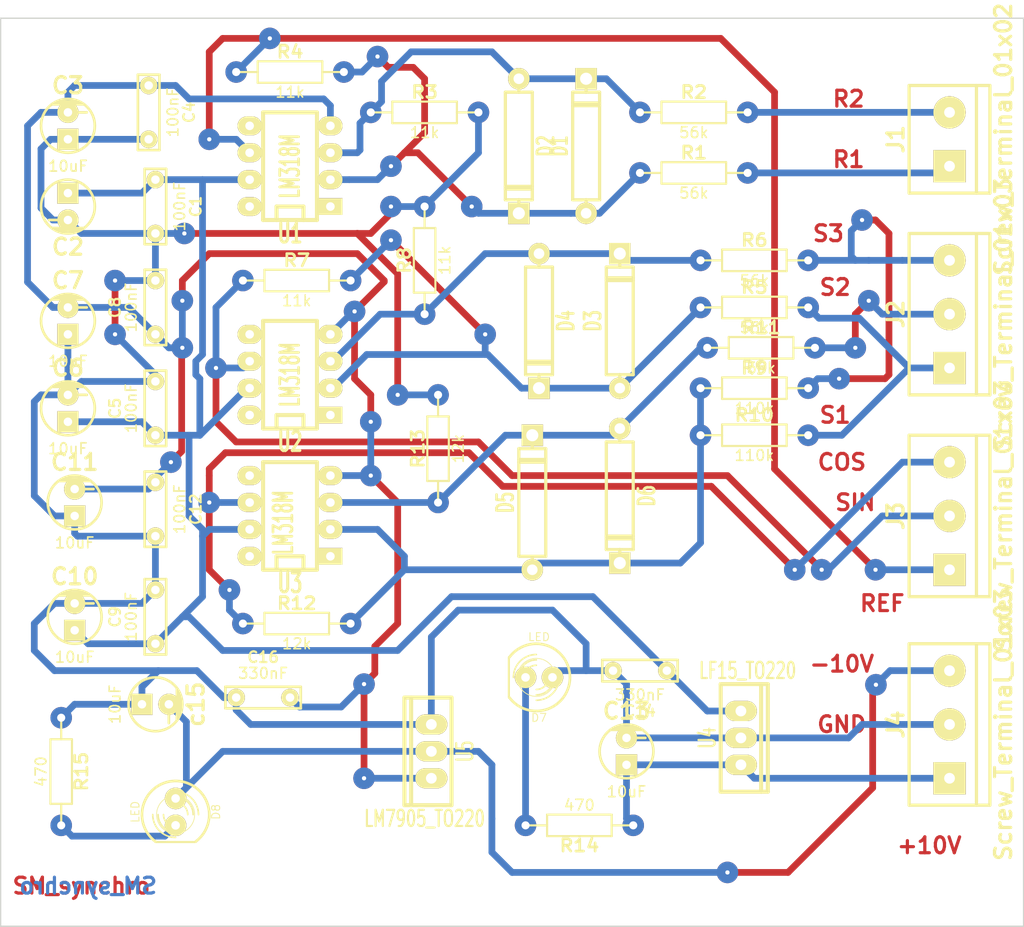
<source format=kicad_pcb>
(kicad_pcb (version 20171130) (host pcbnew 5.1.2-f72e74a~84~ubuntu16.04.1)

  (general
    (thickness 1.6)
    (drawings 17)
    (tracks 348)
    (zones 0)
    (modules 48)
    (nets 31)
  )

  (page A4)
  (layers
    (0 F.Cu signal)
    (31 B.Cu signal)
    (32 B.Adhes user)
    (33 F.Adhes user)
    (34 B.Paste user)
    (35 F.Paste user)
    (36 B.SilkS user)
    (37 F.SilkS user)
    (38 B.Mask user)
    (39 F.Mask user)
    (40 Dwgs.User user)
    (41 Cmts.User user)
    (42 Eco1.User user)
    (43 Eco2.User user)
    (44 Edge.Cuts user)
    (45 Margin user)
    (46 B.CrtYd user)
    (47 F.CrtYd user)
    (48 B.Fab user)
    (49 F.Fab user)
  )

  (setup
    (last_trace_width 0.635)
    (trace_clearance 0.381)
    (zone_clearance 0.508)
    (zone_45_only no)
    (trace_min 0.2)
    (via_size 2.032)
    (via_drill 0.4)
    (via_min_size 0.4)
    (via_min_drill 0.3)
    (uvia_size 0.3)
    (uvia_drill 0.1)
    (uvias_allowed no)
    (uvia_min_size 0.2)
    (uvia_min_drill 0.1)
    (edge_width 0.05)
    (segment_width 0.2)
    (pcb_text_width 0.3)
    (pcb_text_size 1.5 1.5)
    (mod_edge_width 0.12)
    (mod_text_size 1 1)
    (mod_text_width 0.15)
    (pad_size 1.524 1.524)
    (pad_drill 0.762)
    (pad_to_mask_clearance 0.051)
    (solder_mask_min_width 0.25)
    (aux_axis_origin 0 0)
    (visible_elements FFFFFF7F)
    (pcbplotparams
      (layerselection 0x010fc_ffffffff)
      (usegerberextensions false)
      (usegerberattributes false)
      (usegerberadvancedattributes false)
      (creategerberjobfile false)
      (excludeedgelayer true)
      (linewidth 0.100000)
      (plotframeref false)
      (viasonmask false)
      (mode 1)
      (useauxorigin false)
      (hpglpennumber 1)
      (hpglpenspeed 20)
      (hpglpendiameter 15.000000)
      (psnegative false)
      (psa4output false)
      (plotreference true)
      (plotvalue true)
      (plotinvisibletext false)
      (padsonsilk false)
      (subtractmaskfromsilk false)
      (outputformat 1)
      (mirror false)
      (drillshape 1)
      (scaleselection 1)
      (outputdirectory ""))
  )

  (net 0 "")
  (net 1 GND)
  (net 2 VDD)
  (net 3 VEE)
  (net 4 +10V)
  (net 5 -10V)
  (net 6 "Net-(D1-Pad2)")
  (net 7 "Net-(D1-Pad1)")
  (net 8 "Net-(D3-Pad1)")
  (net 9 "Net-(D3-Pad2)")
  (net 10 "Net-(D5-Pad1)")
  (net 11 "Net-(D5-Pad2)")
  (net 12 "Net-(D7-Pad2)")
  (net 13 "Net-(D8-Pad2)")
  (net 14 /R1)
  (net 15 /R2)
  (net 16 /S1)
  (net 17 /S2)
  (net 18 /S3)
  (net 19 /COS)
  (net 20 /SIN)
  (net 21 /REF)
  (net 22 "Net-(U1-Pad1)")
  (net 23 "Net-(U1-Pad5)")
  (net 24 "Net-(U1-Pad8)")
  (net 25 "Net-(U2-Pad8)")
  (net 26 "Net-(U2-Pad5)")
  (net 27 "Net-(U2-Pad1)")
  (net 28 "Net-(U3-Pad1)")
  (net 29 "Net-(U3-Pad5)")
  (net 30 "Net-(U3-Pad8)")

  (net_class Default "This is the default net class."
    (clearance 0.381)
    (trace_width 0.635)
    (via_dia 2.032)
    (via_drill 0.4)
    (uvia_dia 0.3)
    (uvia_drill 0.1)
    (diff_pair_width 0.9144)
    (diff_pair_gap 0.25)
    (add_net +10V)
    (add_net -10V)
    (add_net /COS)
    (add_net /R1)
    (add_net /R2)
    (add_net /REF)
    (add_net /S1)
    (add_net /S2)
    (add_net /S3)
    (add_net /SIN)
    (add_net GND)
    (add_net "Net-(D1-Pad1)")
    (add_net "Net-(D1-Pad2)")
    (add_net "Net-(D3-Pad1)")
    (add_net "Net-(D3-Pad2)")
    (add_net "Net-(D5-Pad1)")
    (add_net "Net-(D5-Pad2)")
    (add_net "Net-(D7-Pad2)")
    (add_net "Net-(D8-Pad2)")
    (add_net "Net-(U1-Pad1)")
    (add_net "Net-(U1-Pad5)")
    (add_net "Net-(U1-Pad8)")
    (add_net "Net-(U2-Pad1)")
    (add_net "Net-(U2-Pad5)")
    (add_net "Net-(U2-Pad8)")
    (add_net "Net-(U3-Pad1)")
    (add_net "Net-(U3-Pad5)")
    (add_net "Net-(U3-Pad8)")
    (add_net VDD)
    (add_net VEE)
  )

  (module IUT-RESISTORS:IUT-R1-4 (layer F.Cu) (tedit 521B5C56) (tstamp 5D8C5EBC)
    (at 170.18 68.58)
    (path /5D706C0A)
    (fp_text reference R3 (at 5.08 -1.905) (layer F.SilkS)
      (effects (font (size 1.1557 1.27) (thickness 0.254)))
    )
    (fp_text value 11k (at 5.08 1.905) (layer F.SilkS)
      (effects (font (size 1.016 1.016) (thickness 0.1524)))
    )
    (fp_line (start 2.032 1.016) (end 2.032 -1.016) (layer F.SilkS) (width 0.2032))
    (fp_line (start 2.032 -1.016) (end 8.128 -1.016) (layer F.SilkS) (width 0.2032))
    (fp_line (start 8.128 -1.016) (end 8.128 1.016) (layer F.SilkS) (width 0.2032))
    (fp_line (start 8.128 1.016) (end 2.032 1.016) (layer F.SilkS) (width 0.2032))
    (fp_line (start 2.032 1.016) (end 2.032 -1.016) (layer F.Adhes) (width 0.2032))
    (fp_line (start 2.032 -1.016) (end 8.128 -1.016) (layer F.Adhes) (width 0.2032))
    (fp_line (start 8.128 -1.016) (end 8.128 1.016) (layer F.Adhes) (width 0.2032))
    (fp_line (start 8.128 1.016) (end 2.032 1.016) (layer F.Adhes) (width 0.2032))
    (fp_line (start 8.128 0) (end 10.16 0) (layer F.SilkS) (width 0.2032))
    (fp_line (start 8.128 0) (end 10.16 0) (layer F.Adhes) (width 0.2032))
    (fp_line (start 2.032 0) (end 0 0) (layer F.SilkS) (width 0.2032))
    (fp_line (start 2.032 0) (end 0 0) (layer F.Adhes) (width 0.2032))
    (pad 1 thru_hole circle (at 0 0) (size 2.032 2.032) (drill 0.762) (layers F&B.Cu *.Adhes *.Mask Dwgs.User Eco1.User Eco2.User)
      (net 6 "Net-(D1-Pad2)"))
    (pad 2 thru_hole circle (at 10.16 0) (size 2.032 2.032) (drill 0.762) (layers F&B.Cu *.Adhes *.Mask Dwgs.User Eco1.User Eco2.User)
      (net 1 GND))
  )

  (module IUT-CONNECTIQUE:IUT-bornier3 (layer F.Cu) (tedit 3EC0ECFA) (tstamp 5D8C5E6E)
    (at 224.79 87.63 90)
    (descr "Bornier d'alimentation 3 pins")
    (tags DEV)
    (path /5D704069)
    (fp_text reference J2 (at 0 -5.08 90) (layer F.SilkS)
      (effects (font (size 1.524 1.524) (thickness 0.3048)))
    )
    (fp_text value Screw_Terminal_01x03 (at 0 5.08 90) (layer F.SilkS)
      (effects (font (size 1.524 1.524) (thickness 0.3048)))
    )
    (fp_line (start -7.62 3.81) (end -7.62 -3.81) (layer F.SilkS) (width 0.3048))
    (fp_line (start 7.62 3.81) (end 7.62 -3.81) (layer F.SilkS) (width 0.3048))
    (fp_line (start -7.62 2.54) (end 7.62 2.54) (layer F.SilkS) (width 0.3048))
    (fp_line (start -7.62 -3.81) (end 7.62 -3.81) (layer F.SilkS) (width 0.3048))
    (fp_line (start -7.62 3.81) (end 7.62 3.81) (layer F.SilkS) (width 0.3048))
    (pad 1 thru_hole rect (at -5.08 0 90) (size 3.048 3.048) (drill 1.016) (layers *.Mask B.Cu F.SilkS)
      (net 16 /S1))
    (pad 2 thru_hole circle (at 0 0 90) (size 3.048 3.048) (drill 1.016) (layers *.Mask B.Cu F.SilkS)
      (net 17 /S2))
    (pad 3 thru_hole circle (at 5.08 0 90) (size 3.048 3.048) (drill 1.016) (layers *.Mask B.Cu F.SilkS)
      (net 18 /S3))
    (model device/bornier_3.wrl
      (at (xyz 0 0 0))
      (scale (xyz 1 1 1))
      (rotate (xyz 0 0 0))
    )
  )

  (module IUT-CAPACITORS:IUT-cnp2_7.5mm_disc (layer F.Cu) (tedit 521B0CCF) (tstamp 5D8C701E)
    (at 149.86 77.47 270)
    (descr "7.5mm disc ceramic capacitor")
    (tags C)
    (path /5D729438)
    (fp_text reference C1 (at 0 -3.81 90) (layer F.SilkS)
      (effects (font (size 1.016 1.016) (thickness 0.2032)))
    )
    (fp_text value 100nF (at 0 -2.286 90) (layer F.SilkS)
      (effects (font (size 1.016 1.016) (thickness 0.1524)))
    )
    (fp_line (start 3.556 -1.016) (end -3.556 -1.016) (layer F.SilkS) (width 0.2489))
    (fp_line (start 3.556 1.016) (end 3.556 -1.016) (layer F.SilkS) (width 0.2489))
    (fp_line (start -3.556 1.016) (end 3.556 1.016) (layer F.SilkS) (width 0.2489))
    (fp_line (start -3.556 -1.016) (end -3.556 1.016) (layer F.SilkS) (width 0.2489))
    (pad 2 thru_hole circle (at 2.54 0 270) (size 1.651 1.651) (drill 0.8) (layers *.Mask B.Cu F.SilkS)
      (net 1 GND))
    (pad 1 thru_hole circle (at -2.54 0 270) (size 1.651 1.651) (drill 0.8) (layers *.Mask B.Cu F.SilkS)
      (net 2 VDD))
    (model discret/capacitor/cnp_7.5mm_disc.wrl
      (at (xyz 0 0 0))
      (scale (xyz 1 1 1))
      (rotate (xyz 0 0 0))
    )
  )

  (module IUT-CAPACITORS:IUT-CP1_5x6mm (layer F.Cu) (tedit 4B90D681) (tstamp 5D8C5D3F)
    (at 141.605 77.47 180)
    (descr "Capacitor, pol, cyl 5x6mm")
    (path /5D72ABE7)
    (fp_text reference C2 (at 0 -3.81) (layer F.SilkS)
      (effects (font (size 1.524 1.524) (thickness 0.3048)))
    )
    (fp_text value 10uF (at 0 3.81) (layer F.SilkS)
      (effects (font (size 1.016 1.016) (thickness 0.1524)))
    )
    (fp_circle (center 0 0) (end -2.54 0) (layer F.SilkS) (width 0.254))
    (fp_line (start -1.524 -2.032) (end 1.524 -2.032) (layer F.SilkS) (width 0.254))
    (fp_line (start -1.016 -2.159) (end 1.016 -2.159) (layer F.SilkS) (width 0.254))
    (fp_line (start -1.016 -2.286) (end -1.016 -2.159) (layer F.SilkS) (width 0.254))
    (fp_line (start 1.016 -2.286) (end -1.016 -2.286) (layer F.SilkS) (width 0.254))
    (fp_line (start 0.889 -1.27) (end 1.778 -1.27) (layer F.SilkS) (width 0.254))
    (pad 2 thru_hole circle (at 0 -1.27 180) (size 1.999 1.999) (drill 0.8001) (layers *.Mask B.Cu F.SilkS)
      (net 1 GND))
    (pad 1 thru_hole rect (at 0 1.27 180) (size 1.999 1.999) (drill 0.8001) (layers *.Mask B.Cu F.SilkS)
      (net 2 VDD))
    (model discret/capacitor/cp_5x6mm.wrl
      (at (xyz 0 0 0))
      (scale (xyz 1 1 1))
      (rotate (xyz 0 0 0))
    )
  )

  (module IUT-CAPACITORS:IUT-CP1_5x6mm (layer F.Cu) (tedit 4B90D681) (tstamp 5D8C5D4B)
    (at 141.605 69.85)
    (descr "Capacitor, pol, cyl 5x6mm")
    (path /5D72AFBD)
    (fp_text reference C3 (at 0 -3.81) (layer F.SilkS)
      (effects (font (size 1.524 1.524) (thickness 0.3048)))
    )
    (fp_text value 10uF (at 0 3.81) (layer F.SilkS)
      (effects (font (size 1.016 1.016) (thickness 0.1524)))
    )
    (fp_line (start 0.889 -1.27) (end 1.778 -1.27) (layer F.SilkS) (width 0.254))
    (fp_line (start 1.016 -2.286) (end -1.016 -2.286) (layer F.SilkS) (width 0.254))
    (fp_line (start -1.016 -2.286) (end -1.016 -2.159) (layer F.SilkS) (width 0.254))
    (fp_line (start -1.016 -2.159) (end 1.016 -2.159) (layer F.SilkS) (width 0.254))
    (fp_line (start -1.524 -2.032) (end 1.524 -2.032) (layer F.SilkS) (width 0.254))
    (fp_circle (center 0 0) (end -2.54 0) (layer F.SilkS) (width 0.254))
    (pad 1 thru_hole rect (at 0 1.27) (size 1.999 1.999) (drill 0.8001) (layers *.Mask B.Cu F.SilkS)
      (net 1 GND))
    (pad 2 thru_hole circle (at 0 -1.27) (size 1.999 1.999) (drill 0.8001) (layers *.Mask B.Cu F.SilkS)
      (net 3 VEE))
    (model discret/capacitor/cp_5x6mm.wrl
      (at (xyz 0 0 0))
      (scale (xyz 1 1 1))
      (rotate (xyz 0 0 0))
    )
  )

  (module IUT-CAPACITORS:IUT-cnp2_7.5mm_disc (layer F.Cu) (tedit 521B0CCF) (tstamp 5D8C5D55)
    (at 149.225 68.58 270)
    (descr "7.5mm disc ceramic capacitor")
    (tags C)
    (path /5D72A37A)
    (fp_text reference C4 (at 0 -3.81 90) (layer F.SilkS)
      (effects (font (size 1.016 1.016) (thickness 0.2032)))
    )
    (fp_text value 100nF (at 0 -2.286 90) (layer F.SilkS)
      (effects (font (size 1.016 1.016) (thickness 0.1524)))
    )
    (fp_line (start 3.556 -1.016) (end -3.556 -1.016) (layer F.SilkS) (width 0.2489))
    (fp_line (start 3.556 1.016) (end 3.556 -1.016) (layer F.SilkS) (width 0.2489))
    (fp_line (start -3.556 1.016) (end 3.556 1.016) (layer F.SilkS) (width 0.2489))
    (fp_line (start -3.556 -1.016) (end -3.556 1.016) (layer F.SilkS) (width 0.2489))
    (pad 2 thru_hole circle (at 2.54 0 270) (size 1.651 1.651) (drill 0.8) (layers *.Mask B.Cu F.SilkS)
      (net 1 GND))
    (pad 1 thru_hole circle (at -2.54 0 270) (size 1.651 1.651) (drill 0.8) (layers *.Mask B.Cu F.SilkS)
      (net 3 VEE))
    (model discret/capacitor/cnp_7.5mm_disc.wrl
      (at (xyz 0 0 0))
      (scale (xyz 1 1 1))
      (rotate (xyz 0 0 0))
    )
  )

  (module IUT-CAPACITORS:IUT-cnp2_7.5mm_disc (layer F.Cu) (tedit 521B0CCF) (tstamp 5D8C5D5F)
    (at 149.86 96.52 90)
    (descr "7.5mm disc ceramic capacitor")
    (tags C)
    (path /5D744C5B)
    (fp_text reference C5 (at 0 -3.81 90) (layer F.SilkS)
      (effects (font (size 1.016 1.016) (thickness 0.2032)))
    )
    (fp_text value 100nF (at 0 -2.286 90) (layer F.SilkS)
      (effects (font (size 1.016 1.016) (thickness 0.1524)))
    )
    (fp_line (start -3.556 -1.016) (end -3.556 1.016) (layer F.SilkS) (width 0.2489))
    (fp_line (start -3.556 1.016) (end 3.556 1.016) (layer F.SilkS) (width 0.2489))
    (fp_line (start 3.556 1.016) (end 3.556 -1.016) (layer F.SilkS) (width 0.2489))
    (fp_line (start 3.556 -1.016) (end -3.556 -1.016) (layer F.SilkS) (width 0.2489))
    (pad 1 thru_hole circle (at -2.54 0 90) (size 1.651 1.651) (drill 0.8) (layers *.Mask B.Cu F.SilkS)
      (net 2 VDD))
    (pad 2 thru_hole circle (at 2.54 0 90) (size 1.651 1.651) (drill 0.8) (layers *.Mask B.Cu F.SilkS)
      (net 1 GND))
    (model discret/capacitor/cnp_7.5mm_disc.wrl
      (at (xyz 0 0 0))
      (scale (xyz 1 1 1))
      (rotate (xyz 0 0 0))
    )
  )

  (module IUT-CAPACITORS:IUT-CP1_5x6mm (layer F.Cu) (tedit 4B90D681) (tstamp 5D8C5D6B)
    (at 141.605 96.52)
    (descr "Capacitor, pol, cyl 5x6mm")
    (path /5D744C67)
    (fp_text reference C6 (at 0 -3.81) (layer F.SilkS)
      (effects (font (size 1.524 1.524) (thickness 0.3048)))
    )
    (fp_text value 10uF (at 0 3.81) (layer F.SilkS)
      (effects (font (size 1.016 1.016) (thickness 0.1524)))
    )
    (fp_line (start 0.889 -1.27) (end 1.778 -1.27) (layer F.SilkS) (width 0.254))
    (fp_line (start 1.016 -2.286) (end -1.016 -2.286) (layer F.SilkS) (width 0.254))
    (fp_line (start -1.016 -2.286) (end -1.016 -2.159) (layer F.SilkS) (width 0.254))
    (fp_line (start -1.016 -2.159) (end 1.016 -2.159) (layer F.SilkS) (width 0.254))
    (fp_line (start -1.524 -2.032) (end 1.524 -2.032) (layer F.SilkS) (width 0.254))
    (fp_circle (center 0 0) (end -2.54 0) (layer F.SilkS) (width 0.254))
    (pad 1 thru_hole rect (at 0 1.27) (size 1.999 1.999) (drill 0.8001) (layers *.Mask B.Cu F.SilkS)
      (net 2 VDD))
    (pad 2 thru_hole circle (at 0 -1.27) (size 1.999 1.999) (drill 0.8001) (layers *.Mask B.Cu F.SilkS)
      (net 1 GND))
    (model discret/capacitor/cp_5x6mm.wrl
      (at (xyz 0 0 0))
      (scale (xyz 1 1 1))
      (rotate (xyz 0 0 0))
    )
  )

  (module IUT-CAPACITORS:IUT-CP1_5x6mm (layer F.Cu) (tedit 4B90D681) (tstamp 5D8C5D77)
    (at 141.605 88.265)
    (descr "Capacitor, pol, cyl 5x6mm")
    (path /5D744C6D)
    (fp_text reference C7 (at 0 -3.81) (layer F.SilkS)
      (effects (font (size 1.524 1.524) (thickness 0.3048)))
    )
    (fp_text value 10uF (at 0 3.81) (layer F.SilkS)
      (effects (font (size 1.016 1.016) (thickness 0.1524)))
    )
    (fp_circle (center 0 0) (end -2.54 0) (layer F.SilkS) (width 0.254))
    (fp_line (start -1.524 -2.032) (end 1.524 -2.032) (layer F.SilkS) (width 0.254))
    (fp_line (start -1.016 -2.159) (end 1.016 -2.159) (layer F.SilkS) (width 0.254))
    (fp_line (start -1.016 -2.286) (end -1.016 -2.159) (layer F.SilkS) (width 0.254))
    (fp_line (start 1.016 -2.286) (end -1.016 -2.286) (layer F.SilkS) (width 0.254))
    (fp_line (start 0.889 -1.27) (end 1.778 -1.27) (layer F.SilkS) (width 0.254))
    (pad 2 thru_hole circle (at 0 -1.27) (size 1.999 1.999) (drill 0.8001) (layers *.Mask B.Cu F.SilkS)
      (net 3 VEE))
    (pad 1 thru_hole rect (at 0 1.27) (size 1.999 1.999) (drill 0.8001) (layers *.Mask B.Cu F.SilkS)
      (net 1 GND))
    (model discret/capacitor/cp_5x6mm.wrl
      (at (xyz 0 0 0))
      (scale (xyz 1 1 1))
      (rotate (xyz 0 0 0))
    )
  )

  (module IUT-CAPACITORS:IUT-cnp2_7.5mm_disc (layer F.Cu) (tedit 521B0CCF) (tstamp 5D8C5D81)
    (at 149.86 86.995 90)
    (descr "7.5mm disc ceramic capacitor")
    (tags C)
    (path /5D744C61)
    (fp_text reference C8 (at 0 -3.81 90) (layer F.SilkS)
      (effects (font (size 1.016 1.016) (thickness 0.2032)))
    )
    (fp_text value 100nF (at 0 -2.286 90) (layer F.SilkS)
      (effects (font (size 1.016 1.016) (thickness 0.1524)))
    )
    (fp_line (start -3.556 -1.016) (end -3.556 1.016) (layer F.SilkS) (width 0.2489))
    (fp_line (start -3.556 1.016) (end 3.556 1.016) (layer F.SilkS) (width 0.2489))
    (fp_line (start 3.556 1.016) (end 3.556 -1.016) (layer F.SilkS) (width 0.2489))
    (fp_line (start 3.556 -1.016) (end -3.556 -1.016) (layer F.SilkS) (width 0.2489))
    (pad 1 thru_hole circle (at -2.54 0 90) (size 1.651 1.651) (drill 0.8) (layers *.Mask B.Cu F.SilkS)
      (net 3 VEE))
    (pad 2 thru_hole circle (at 2.54 0 90) (size 1.651 1.651) (drill 0.8) (layers *.Mask B.Cu F.SilkS)
      (net 1 GND))
    (model discret/capacitor/cnp_7.5mm_disc.wrl
      (at (xyz 0 0 0))
      (scale (xyz 1 1 1))
      (rotate (xyz 0 0 0))
    )
  )

  (module IUT-CAPACITORS:IUT-cnp2_7.5mm_disc locked (layer F.Cu) (tedit 521B0CCF) (tstamp 5D8C5D8B)
    (at 149.86 116.205 90)
    (descr "7.5mm disc ceramic capacitor")
    (tags C)
    (path /5D749520)
    (fp_text reference C9 (at 0 -3.81 90) (layer F.SilkS)
      (effects (font (size 1.016 1.016) (thickness 0.2032)))
    )
    (fp_text value 100nF (at 0 -2.286 90) (layer F.SilkS)
      (effects (font (size 1.016 1.016) (thickness 0.1524)))
    )
    (fp_line (start -3.556 -1.016) (end -3.556 1.016) (layer F.SilkS) (width 0.2489))
    (fp_line (start -3.556 1.016) (end 3.556 1.016) (layer F.SilkS) (width 0.2489))
    (fp_line (start 3.556 1.016) (end 3.556 -1.016) (layer F.SilkS) (width 0.2489))
    (fp_line (start 3.556 -1.016) (end -3.556 -1.016) (layer F.SilkS) (width 0.2489))
    (pad 1 thru_hole circle (at -2.54 0 90) (size 1.651 1.651) (drill 0.8) (layers *.Mask B.Cu F.SilkS)
      (net 2 VDD))
    (pad 2 thru_hole circle (at 2.54 0 90) (size 1.651 1.651) (drill 0.8) (layers *.Mask B.Cu F.SilkS)
      (net 1 GND))
    (model discret/capacitor/cnp_7.5mm_disc.wrl
      (at (xyz 0 0 0))
      (scale (xyz 1 1 1))
      (rotate (xyz 0 0 0))
    )
  )

  (module IUT-CAPACITORS:IUT-CP1_5x6mm (layer F.Cu) (tedit 4B90D681) (tstamp 5D8C82D1)
    (at 142.24 116.205)
    (descr "Capacitor, pol, cyl 5x6mm")
    (path /5D74952C)
    (fp_text reference C10 (at 0 -3.81) (layer F.SilkS)
      (effects (font (size 1.524 1.524) (thickness 0.3048)))
    )
    (fp_text value 10uF (at 0 3.81) (layer F.SilkS)
      (effects (font (size 1.016 1.016) (thickness 0.1524)))
    )
    (fp_line (start 0.889 -1.27) (end 1.778 -1.27) (layer F.SilkS) (width 0.254))
    (fp_line (start 1.016 -2.286) (end -1.016 -2.286) (layer F.SilkS) (width 0.254))
    (fp_line (start -1.016 -2.286) (end -1.016 -2.159) (layer F.SilkS) (width 0.254))
    (fp_line (start -1.016 -2.159) (end 1.016 -2.159) (layer F.SilkS) (width 0.254))
    (fp_line (start -1.524 -2.032) (end 1.524 -2.032) (layer F.SilkS) (width 0.254))
    (fp_circle (center 0 0) (end -2.54 0) (layer F.SilkS) (width 0.254))
    (pad 1 thru_hole rect (at 0 1.27) (size 1.999 1.999) (drill 0.8001) (layers *.Mask B.Cu F.SilkS)
      (net 2 VDD))
    (pad 2 thru_hole circle (at 0 -1.27) (size 1.999 1.999) (drill 0.8001) (layers *.Mask B.Cu F.SilkS)
      (net 1 GND))
    (model discret/capacitor/cp_5x6mm.wrl
      (at (xyz 0 0 0))
      (scale (xyz 1 1 1))
      (rotate (xyz 0 0 0))
    )
  )

  (module IUT-CAPACITORS:IUT-CP1_5x6mm (layer F.Cu) (tedit 4B90D681) (tstamp 5D8C8309)
    (at 142.24 105.41)
    (descr "Capacitor, pol, cyl 5x6mm")
    (path /5D749532)
    (fp_text reference C11 (at 0 -3.81) (layer F.SilkS)
      (effects (font (size 1.524 1.524) (thickness 0.3048)))
    )
    (fp_text value 10uF (at 0 3.81) (layer F.SilkS)
      (effects (font (size 1.016 1.016) (thickness 0.1524)))
    )
    (fp_circle (center 0 0) (end -2.54 0) (layer F.SilkS) (width 0.254))
    (fp_line (start -1.524 -2.032) (end 1.524 -2.032) (layer F.SilkS) (width 0.254))
    (fp_line (start -1.016 -2.159) (end 1.016 -2.159) (layer F.SilkS) (width 0.254))
    (fp_line (start -1.016 -2.286) (end -1.016 -2.159) (layer F.SilkS) (width 0.254))
    (fp_line (start 1.016 -2.286) (end -1.016 -2.286) (layer F.SilkS) (width 0.254))
    (fp_line (start 0.889 -1.27) (end 1.778 -1.27) (layer F.SilkS) (width 0.254))
    (pad 2 thru_hole circle (at 0 -1.27) (size 1.999 1.999) (drill 0.8001) (layers *.Mask B.Cu F.SilkS)
      (net 3 VEE))
    (pad 1 thru_hole rect (at 0 1.27) (size 1.999 1.999) (drill 0.8001) (layers *.Mask B.Cu F.SilkS)
      (net 1 GND))
    (model discret/capacitor/cp_5x6mm.wrl
      (at (xyz 0 0 0))
      (scale (xyz 1 1 1))
      (rotate (xyz 0 0 0))
    )
  )

  (module IUT-CAPACITORS:IUT-cnp2_7.5mm_disc (layer F.Cu) (tedit 521B0CCF) (tstamp 5D8C7056)
    (at 149.86 106.045 270)
    (descr "7.5mm disc ceramic capacitor")
    (tags C)
    (path /5D749526)
    (fp_text reference C12 (at 0 -3.81 90) (layer F.SilkS)
      (effects (font (size 1.016 1.016) (thickness 0.2032)))
    )
    (fp_text value 100nF (at 0 -2.286 90) (layer F.SilkS)
      (effects (font (size 1.016 1.016) (thickness 0.1524)))
    )
    (fp_line (start 3.556 -1.016) (end -3.556 -1.016) (layer F.SilkS) (width 0.2489))
    (fp_line (start 3.556 1.016) (end 3.556 -1.016) (layer F.SilkS) (width 0.2489))
    (fp_line (start -3.556 1.016) (end 3.556 1.016) (layer F.SilkS) (width 0.2489))
    (fp_line (start -3.556 -1.016) (end -3.556 1.016) (layer F.SilkS) (width 0.2489))
    (pad 2 thru_hole circle (at 2.54 0 270) (size 1.651 1.651) (drill 0.8) (layers *.Mask B.Cu F.SilkS)
      (net 1 GND))
    (pad 1 thru_hole circle (at -2.54 0 270) (size 1.651 1.651) (drill 0.8) (layers *.Mask B.Cu F.SilkS)
      (net 3 VEE))
    (model discret/capacitor/cnp_7.5mm_disc.wrl
      (at (xyz 0 0 0))
      (scale (xyz 1 1 1))
      (rotate (xyz 0 0 0))
    )
  )

  (module IUT-CAPACITORS:IUT-CP1_5x6mm (layer F.Cu) (tedit 4B90D681) (tstamp 5D8C7D68)
    (at 194.31 128.905)
    (descr "Capacitor, pol, cyl 5x6mm")
    (path /5D757B44)
    (fp_text reference C13 (at 0 -3.81) (layer F.SilkS)
      (effects (font (size 1.524 1.524) (thickness 0.3048)))
    )
    (fp_text value 10uF (at 0 3.81) (layer F.SilkS)
      (effects (font (size 1.016 1.016) (thickness 0.1524)))
    )
    (fp_line (start 0.889 -1.27) (end 1.778 -1.27) (layer F.SilkS) (width 0.254))
    (fp_line (start 1.016 -2.286) (end -1.016 -2.286) (layer F.SilkS) (width 0.254))
    (fp_line (start -1.016 -2.286) (end -1.016 -2.159) (layer F.SilkS) (width 0.254))
    (fp_line (start -1.016 -2.159) (end 1.016 -2.159) (layer F.SilkS) (width 0.254))
    (fp_line (start -1.524 -2.032) (end 1.524 -2.032) (layer F.SilkS) (width 0.254))
    (fp_circle (center 0 0) (end -2.54 0) (layer F.SilkS) (width 0.254))
    (pad 1 thru_hole rect (at 0 1.27) (size 1.999 1.999) (drill 0.8001) (layers *.Mask B.Cu F.SilkS)
      (net 4 +10V))
    (pad 2 thru_hole circle (at 0 -1.27) (size 1.999 1.999) (drill 0.8001) (layers *.Mask B.Cu F.SilkS)
      (net 1 GND))
    (model discret/capacitor/cp_5x6mm.wrl
      (at (xyz 0 0 0))
      (scale (xyz 1 1 1))
      (rotate (xyz 0 0 0))
    )
  )

  (module IUT-CAPACITORS:IUT-cnp2_7.5mm_disc (layer F.Cu) (tedit 521B0CCF) (tstamp 5D930D05)
    (at 195.58 121.285 180)
    (descr "7.5mm disc ceramic capacitor")
    (tags C)
    (path /5D75A771)
    (fp_text reference C14 (at 0 -3.81) (layer F.SilkS)
      (effects (font (size 1.016 1.016) (thickness 0.2032)))
    )
    (fp_text value 330nF (at 0 -2.286) (layer F.SilkS)
      (effects (font (size 1.016 1.016) (thickness 0.1524)))
    )
    (fp_line (start 3.556 -1.016) (end -3.556 -1.016) (layer F.SilkS) (width 0.2489))
    (fp_line (start 3.556 1.016) (end 3.556 -1.016) (layer F.SilkS) (width 0.2489))
    (fp_line (start -3.556 1.016) (end 3.556 1.016) (layer F.SilkS) (width 0.2489))
    (fp_line (start -3.556 -1.016) (end -3.556 1.016) (layer F.SilkS) (width 0.2489))
    (pad 2 thru_hole circle (at 2.54 0 180) (size 1.651 1.651) (drill 0.8) (layers *.Mask B.Cu F.SilkS)
      (net 1 GND))
    (pad 1 thru_hole circle (at -2.54 0 180) (size 1.651 1.651) (drill 0.8) (layers *.Mask B.Cu F.SilkS)
      (net 2 VDD))
    (model discret/capacitor/cnp_7.5mm_disc.wrl
      (at (xyz 0 0 0))
      (scale (xyz 1 1 1))
      (rotate (xyz 0 0 0))
    )
  )

  (module IUT-CAPACITORS:IUT-CP1_5x6mm (layer F.Cu) (tedit 4B90D681) (tstamp 5D8C80C2)
    (at 149.86 124.46 270)
    (descr "Capacitor, pol, cyl 5x6mm")
    (path /5D759A4A)
    (fp_text reference c15 (at 0 -3.81 90) (layer F.SilkS)
      (effects (font (size 1.524 1.524) (thickness 0.3048)))
    )
    (fp_text value 10uF (at 0 3.81 90) (layer F.SilkS)
      (effects (font (size 1.016 1.016) (thickness 0.1524)))
    )
    (fp_circle (center 0 0) (end -2.54 0) (layer F.SilkS) (width 0.254))
    (fp_line (start -1.524 -2.032) (end 1.524 -2.032) (layer F.SilkS) (width 0.254))
    (fp_line (start -1.016 -2.159) (end 1.016 -2.159) (layer F.SilkS) (width 0.254))
    (fp_line (start -1.016 -2.286) (end -1.016 -2.159) (layer F.SilkS) (width 0.254))
    (fp_line (start 1.016 -2.286) (end -1.016 -2.286) (layer F.SilkS) (width 0.254))
    (fp_line (start 0.889 -1.27) (end 1.778 -1.27) (layer F.SilkS) (width 0.254))
    (pad 2 thru_hole circle (at 0 -1.27 270) (size 1.999 1.999) (drill 0.8001) (layers *.Mask B.Cu F.SilkS)
      (net 5 -10V))
    (pad 1 thru_hole rect (at 0 1.27 270) (size 1.999 1.999) (drill 0.8001) (layers *.Mask B.Cu F.SilkS)
      (net 1 GND))
    (model discret/capacitor/cp_5x6mm.wrl
      (at (xyz 0 0 0))
      (scale (xyz 1 1 1))
      (rotate (xyz 0 0 0))
    )
  )

  (module IUT-CAPACITORS:IUT-cnp2_7.5mm_disc locked (layer F.Cu) (tedit 521B0CCF) (tstamp 5D8C8C5E)
    (at 160.02 123.825)
    (descr "7.5mm disc ceramic capacitor")
    (tags C)
    (path /5D75B17A)
    (fp_text reference C16 (at 0 -3.81) (layer F.SilkS)
      (effects (font (size 1.016 1.016) (thickness 0.2032)))
    )
    (fp_text value 330nF (at 0 -2.286) (layer F.SilkS)
      (effects (font (size 1.016 1.016) (thickness 0.1524)))
    )
    (fp_line (start -3.556 -1.016) (end -3.556 1.016) (layer F.SilkS) (width 0.2489))
    (fp_line (start -3.556 1.016) (end 3.556 1.016) (layer F.SilkS) (width 0.2489))
    (fp_line (start 3.556 1.016) (end 3.556 -1.016) (layer F.SilkS) (width 0.2489))
    (fp_line (start 3.556 -1.016) (end -3.556 -1.016) (layer F.SilkS) (width 0.2489))
    (pad 1 thru_hole circle (at -2.54 0) (size 1.651 1.651) (drill 0.8) (layers *.Mask B.Cu F.SilkS)
      (net 1 GND))
    (pad 2 thru_hole circle (at 2.54 0) (size 1.651 1.651) (drill 0.8) (layers *.Mask B.Cu F.SilkS)
      (net 3 VEE))
    (model discret/capacitor/cnp_7.5mm_disc.wrl
      (at (xyz 0 0 0))
      (scale (xyz 1 1 1))
      (rotate (xyz 0 0 0))
    )
  )

  (module IUT-DIODES:IUT-DIODE7 (layer F.Cu) (tedit 521B5B67) (tstamp 5D8C6CA5)
    (at 190.5 71.755 90)
    (descr "Diode 5 pas")
    (tags "DIODE DEV")
    (path /5D706498)
    (fp_text reference D1 (at 0 -2.54 90) (layer F.SilkS)
      (effects (font (size 1.524 1.016) (thickness 0.3048)))
    )
    (fp_text value 15v (at 0 2.54 90) (layer F.SilkS) hide
      (effects (font (size 1.524 1.016) (thickness 0.3048)))
    )
    (fp_line (start 4.064 -1.27) (end 4.064 1.27) (layer F.SilkS) (width 0.3048))
    (fp_line (start 3.81 -1.27) (end 3.81 1.27) (layer F.SilkS) (width 0.3048))
    (fp_line (start 5.08 1.27) (end 5.08 0) (layer F.SilkS) (width 0.3048))
    (fp_line (start -5.08 1.27) (end 5.08 1.27) (layer F.SilkS) (width 0.3048))
    (fp_line (start -5.08 0) (end -5.08 1.27) (layer F.SilkS) (width 0.3048))
    (fp_line (start -5.08 0) (end -6.35 0) (layer F.SilkS) (width 0.3048))
    (fp_line (start -5.08 -1.27) (end -5.08 0) (layer F.SilkS) (width 0.3048))
    (fp_line (start 5.08 -1.27) (end -5.08 -1.27) (layer F.SilkS) (width 0.3048))
    (fp_line (start 5.08 0) (end 5.08 -1.27) (layer F.SilkS) (width 0.3048))
    (fp_line (start 6.35 0) (end 5.08 0) (layer F.SilkS) (width 0.3048))
    (pad 2 thru_hole rect (at 6.35 0 90) (size 2.032 2.032) (drill 1.143) (layers *.Cu *.Mask F.SilkS)
      (net 6 "Net-(D1-Pad2)"))
    (pad 1 thru_hole circle (at -6.35 0 90) (size 2.032 2.032) (drill 1) (layers *.Cu *.Mask F.SilkS)
      (net 7 "Net-(D1-Pad1)"))
    (model discret/diode.wrl
      (at (xyz 0 0 0))
      (scale (xyz 0.5 0.5 0.5))
      (rotate (xyz 0 0 0))
    )
  )

  (module IUT-DIODES:IUT-DIODE7 (layer F.Cu) (tedit 521B5B67) (tstamp 5D8C5DF9)
    (at 184.15 71.755 270)
    (descr "Diode 5 pas")
    (tags "DIODE DEV")
    (path /5D70698D)
    (fp_text reference D2 (at 0 -2.54 90) (layer F.SilkS)
      (effects (font (size 1.524 1.016) (thickness 0.3048)))
    )
    (fp_text value 15v (at 0 2.54 90) (layer F.SilkS) hide
      (effects (font (size 1.524 1.016) (thickness 0.3048)))
    )
    (fp_line (start 6.35 0) (end 5.08 0) (layer F.SilkS) (width 0.3048))
    (fp_line (start 5.08 0) (end 5.08 -1.27) (layer F.SilkS) (width 0.3048))
    (fp_line (start 5.08 -1.27) (end -5.08 -1.27) (layer F.SilkS) (width 0.3048))
    (fp_line (start -5.08 -1.27) (end -5.08 0) (layer F.SilkS) (width 0.3048))
    (fp_line (start -5.08 0) (end -6.35 0) (layer F.SilkS) (width 0.3048))
    (fp_line (start -5.08 0) (end -5.08 1.27) (layer F.SilkS) (width 0.3048))
    (fp_line (start -5.08 1.27) (end 5.08 1.27) (layer F.SilkS) (width 0.3048))
    (fp_line (start 5.08 1.27) (end 5.08 0) (layer F.SilkS) (width 0.3048))
    (fp_line (start 3.81 -1.27) (end 3.81 1.27) (layer F.SilkS) (width 0.3048))
    (fp_line (start 4.064 -1.27) (end 4.064 1.27) (layer F.SilkS) (width 0.3048))
    (pad 1 thru_hole circle (at -6.35 0 270) (size 2.032 2.032) (drill 1) (layers *.Cu *.Mask F.SilkS)
      (net 6 "Net-(D1-Pad2)"))
    (pad 2 thru_hole rect (at 6.35 0 270) (size 2.032 2.032) (drill 1.143) (layers *.Cu *.Mask F.SilkS)
      (net 7 "Net-(D1-Pad1)"))
    (model discret/diode.wrl
      (at (xyz 0 0 0))
      (scale (xyz 0.5 0.5 0.5))
      (rotate (xyz 0 0 0))
    )
  )

  (module IUT-DIODES:IUT-DIODE7 (layer F.Cu) (tedit 521B5B67) (tstamp 5D8C5E09)
    (at 193.675 88.265 90)
    (descr "Diode 5 pas")
    (tags "DIODE DEV")
    (path /5D715796)
    (fp_text reference D3 (at 0 -2.54 90) (layer F.SilkS)
      (effects (font (size 1.524 1.016) (thickness 0.3048)))
    )
    (fp_text value D_Zener (at 0 2.54 90) (layer F.SilkS) hide
      (effects (font (size 1.524 1.016) (thickness 0.3048)))
    )
    (fp_line (start 6.35 0) (end 5.08 0) (layer F.SilkS) (width 0.3048))
    (fp_line (start 5.08 0) (end 5.08 -1.27) (layer F.SilkS) (width 0.3048))
    (fp_line (start 5.08 -1.27) (end -5.08 -1.27) (layer F.SilkS) (width 0.3048))
    (fp_line (start -5.08 -1.27) (end -5.08 0) (layer F.SilkS) (width 0.3048))
    (fp_line (start -5.08 0) (end -6.35 0) (layer F.SilkS) (width 0.3048))
    (fp_line (start -5.08 0) (end -5.08 1.27) (layer F.SilkS) (width 0.3048))
    (fp_line (start -5.08 1.27) (end 5.08 1.27) (layer F.SilkS) (width 0.3048))
    (fp_line (start 5.08 1.27) (end 5.08 0) (layer F.SilkS) (width 0.3048))
    (fp_line (start 3.81 -1.27) (end 3.81 1.27) (layer F.SilkS) (width 0.3048))
    (fp_line (start 4.064 -1.27) (end 4.064 1.27) (layer F.SilkS) (width 0.3048))
    (pad 1 thru_hole circle (at -6.35 0 90) (size 2.032 2.032) (drill 1) (layers *.Cu *.Mask F.SilkS)
      (net 8 "Net-(D3-Pad1)"))
    (pad 2 thru_hole rect (at 6.35 0 90) (size 2.032 2.032) (drill 1.143) (layers *.Cu *.Mask F.SilkS)
      (net 9 "Net-(D3-Pad2)"))
    (model discret/diode.wrl
      (at (xyz 0 0 0))
      (scale (xyz 0.5 0.5 0.5))
      (rotate (xyz 0 0 0))
    )
  )

  (module IUT-DIODES:IUT-DIODE7 (layer F.Cu) (tedit 521B5B67) (tstamp 5D8C7523)
    (at 186.055 88.265 270)
    (descr "Diode 5 pas")
    (tags "DIODE DEV")
    (path /5D71579C)
    (fp_text reference D4 (at 0 -2.54 90) (layer F.SilkS)
      (effects (font (size 1.524 1.016) (thickness 0.3048)))
    )
    (fp_text value D_Zener (at 0 2.54 90) (layer F.SilkS) hide
      (effects (font (size 1.524 1.016) (thickness 0.3048)))
    )
    (fp_line (start 4.064 -1.27) (end 4.064 1.27) (layer F.SilkS) (width 0.3048))
    (fp_line (start 3.81 -1.27) (end 3.81 1.27) (layer F.SilkS) (width 0.3048))
    (fp_line (start 5.08 1.27) (end 5.08 0) (layer F.SilkS) (width 0.3048))
    (fp_line (start -5.08 1.27) (end 5.08 1.27) (layer F.SilkS) (width 0.3048))
    (fp_line (start -5.08 0) (end -5.08 1.27) (layer F.SilkS) (width 0.3048))
    (fp_line (start -5.08 0) (end -6.35 0) (layer F.SilkS) (width 0.3048))
    (fp_line (start -5.08 -1.27) (end -5.08 0) (layer F.SilkS) (width 0.3048))
    (fp_line (start 5.08 -1.27) (end -5.08 -1.27) (layer F.SilkS) (width 0.3048))
    (fp_line (start 5.08 0) (end 5.08 -1.27) (layer F.SilkS) (width 0.3048))
    (fp_line (start 6.35 0) (end 5.08 0) (layer F.SilkS) (width 0.3048))
    (pad 2 thru_hole rect (at 6.35 0 270) (size 2.032 2.032) (drill 1.143) (layers *.Cu *.Mask F.SilkS)
      (net 8 "Net-(D3-Pad1)"))
    (pad 1 thru_hole circle (at -6.35 0 270) (size 2.032 2.032) (drill 1) (layers *.Cu *.Mask F.SilkS)
      (net 9 "Net-(D3-Pad2)"))
    (model discret/diode.wrl
      (at (xyz 0 0 0))
      (scale (xyz 0.5 0.5 0.5))
      (rotate (xyz 0 0 0))
    )
  )

  (module IUT-DIODES:IUT-DIODE7 (layer F.Cu) (tedit 521B5B67) (tstamp 5D8C7940)
    (at 185.42 105.41 90)
    (descr "Diode 5 pas")
    (tags "DIODE DEV")
    (path /5D71A65F)
    (fp_text reference D5 (at 0 -2.54 90) (layer F.SilkS)
      (effects (font (size 1.524 1.016) (thickness 0.3048)))
    )
    (fp_text value D_Zener (at 0 2.54 90) (layer F.SilkS) hide
      (effects (font (size 1.524 1.016) (thickness 0.3048)))
    )
    (fp_line (start 6.35 0) (end 5.08 0) (layer F.SilkS) (width 0.3048))
    (fp_line (start 5.08 0) (end 5.08 -1.27) (layer F.SilkS) (width 0.3048))
    (fp_line (start 5.08 -1.27) (end -5.08 -1.27) (layer F.SilkS) (width 0.3048))
    (fp_line (start -5.08 -1.27) (end -5.08 0) (layer F.SilkS) (width 0.3048))
    (fp_line (start -5.08 0) (end -6.35 0) (layer F.SilkS) (width 0.3048))
    (fp_line (start -5.08 0) (end -5.08 1.27) (layer F.SilkS) (width 0.3048))
    (fp_line (start -5.08 1.27) (end 5.08 1.27) (layer F.SilkS) (width 0.3048))
    (fp_line (start 5.08 1.27) (end 5.08 0) (layer F.SilkS) (width 0.3048))
    (fp_line (start 3.81 -1.27) (end 3.81 1.27) (layer F.SilkS) (width 0.3048))
    (fp_line (start 4.064 -1.27) (end 4.064 1.27) (layer F.SilkS) (width 0.3048))
    (pad 1 thru_hole circle (at -6.35 0 90) (size 2.032 2.032) (drill 1) (layers *.Cu *.Mask F.SilkS)
      (net 10 "Net-(D5-Pad1)"))
    (pad 2 thru_hole rect (at 6.35 0 90) (size 2.032 2.032) (drill 1.143) (layers *.Cu *.Mask F.SilkS)
      (net 11 "Net-(D5-Pad2)"))
    (model discret/diode.wrl
      (at (xyz 0 0 0))
      (scale (xyz 0.5 0.5 0.5))
      (rotate (xyz 0 0 0))
    )
  )

  (module IUT-DIODES:IUT-DIODE7 (layer F.Cu) (tedit 521B5B67) (tstamp 5D8C5E39)
    (at 193.675 104.775 270)
    (descr "Diode 5 pas")
    (tags "DIODE DEV")
    (path /5D71A665)
    (fp_text reference D6 (at 0 -2.54 90) (layer F.SilkS)
      (effects (font (size 1.524 1.016) (thickness 0.3048)))
    )
    (fp_text value D_Zener (at 0 2.54 90) (layer F.SilkS) hide
      (effects (font (size 1.524 1.016) (thickness 0.3048)))
    )
    (fp_line (start 4.064 -1.27) (end 4.064 1.27) (layer F.SilkS) (width 0.3048))
    (fp_line (start 3.81 -1.27) (end 3.81 1.27) (layer F.SilkS) (width 0.3048))
    (fp_line (start 5.08 1.27) (end 5.08 0) (layer F.SilkS) (width 0.3048))
    (fp_line (start -5.08 1.27) (end 5.08 1.27) (layer F.SilkS) (width 0.3048))
    (fp_line (start -5.08 0) (end -5.08 1.27) (layer F.SilkS) (width 0.3048))
    (fp_line (start -5.08 0) (end -6.35 0) (layer F.SilkS) (width 0.3048))
    (fp_line (start -5.08 -1.27) (end -5.08 0) (layer F.SilkS) (width 0.3048))
    (fp_line (start 5.08 -1.27) (end -5.08 -1.27) (layer F.SilkS) (width 0.3048))
    (fp_line (start 5.08 0) (end 5.08 -1.27) (layer F.SilkS) (width 0.3048))
    (fp_line (start 6.35 0) (end 5.08 0) (layer F.SilkS) (width 0.3048))
    (pad 2 thru_hole rect (at 6.35 0 270) (size 2.032 2.032) (drill 1.143) (layers *.Cu *.Mask F.SilkS)
      (net 10 "Net-(D5-Pad1)"))
    (pad 1 thru_hole circle (at -6.35 0 270) (size 2.032 2.032) (drill 1) (layers *.Cu *.Mask F.SilkS)
      (net 11 "Net-(D5-Pad2)"))
    (model discret/diode.wrl
      (at (xyz 0 0 0))
      (scale (xyz 0.5 0.5 0.5))
      (rotate (xyz 0 0 0))
    )
  )

  (module IUT-DIODES:IUT-LED-5MM (layer F.Cu) (tedit 50ADE86B) (tstamp 5D8C5E48)
    (at 186.055 121.92 180)
    (descr "LED 5mm - Lead pitch 100mil (2,54mm)")
    (tags "LED led 5mm 5MM 100mil 2,54mm")
    (path /5D75CA4C)
    (fp_text reference D7 (at 0 -3.81) (layer F.SilkS)
      (effects (font (size 0.762 0.762) (thickness 0.0889)))
    )
    (fp_text value LED (at 0 3.81) (layer F.SilkS)
      (effects (font (size 0.762 0.762) (thickness 0.0889)))
    )
    (fp_arc (start 0.254 0) (end 2.413 0) (angle 90) (layer F.SilkS) (width 0.1524))
    (fp_arc (start 0.254 0) (end -1.905 0) (angle 90) (layer F.SilkS) (width 0.1524))
    (fp_arc (start 0.254 0) (end 1.905 0) (angle 90) (layer F.SilkS) (width 0.1524))
    (fp_arc (start 0.254 0) (end -1.397 0) (angle 90) (layer F.SilkS) (width 0.1524))
    (fp_arc (start 0.254 0) (end 1.397 0) (angle 90) (layer F.SilkS) (width 0.1524))
    (fp_arc (start 0.254 0) (end -0.889 0) (angle 90) (layer F.SilkS) (width 0.1524))
    (fp_arc (start 0.254 0) (end 2.794 1.905) (angle 286.2) (layer F.SilkS) (width 0.254))
    (fp_circle (center 0.254 0) (end -1.016 1.27) (layer F.SilkS) (width 0.0762))
    (fp_line (start 2.8448 1.905) (end 2.8448 -1.905) (layer F.SilkS) (width 0.2032))
    (pad 2 thru_hole circle (at 1.27 0 180) (size 2.032 2.032) (drill 0.8128) (layers *.Cu *.Mask F.SilkS)
      (net 12 "Net-(D7-Pad2)"))
    (pad 1 thru_hole circle (at -1.27 0 180) (size 2.032 2.032) (drill 0.8128) (layers *.Cu *.Mask F.SilkS)
      (net 1 GND))
    (model discret/leds/led5_vertical_verde.wrl
      (at (xyz 0 0 0))
      (scale (xyz 1 1 1))
      (rotate (xyz 0 0 0))
    )
  )

  (module IUT-DIODES:IUT-LED-5MM (layer F.Cu) (tedit 50ADE86B) (tstamp 5D8C7EDC)
    (at 151.765 134.62 270)
    (descr "LED 5mm - Lead pitch 100mil (2,54mm)")
    (tags "LED led 5mm 5MM 100mil 2,54mm")
    (path /5D76031C)
    (fp_text reference D8 (at 0 -3.81 90) (layer F.SilkS)
      (effects (font (size 0.762 0.762) (thickness 0.0889)))
    )
    (fp_text value LED (at 0 3.81 90) (layer F.SilkS)
      (effects (font (size 0.762 0.762) (thickness 0.0889)))
    )
    (fp_line (start 2.8448 1.905) (end 2.8448 -1.905) (layer F.SilkS) (width 0.2032))
    (fp_circle (center 0.254 0) (end -1.016 1.27) (layer F.SilkS) (width 0.0762))
    (fp_arc (start 0.254 0) (end 2.794 1.905) (angle 286.2) (layer F.SilkS) (width 0.254))
    (fp_arc (start 0.254 0) (end -0.889 0) (angle 90) (layer F.SilkS) (width 0.1524))
    (fp_arc (start 0.254 0) (end 1.397 0) (angle 90) (layer F.SilkS) (width 0.1524))
    (fp_arc (start 0.254 0) (end -1.397 0) (angle 90) (layer F.SilkS) (width 0.1524))
    (fp_arc (start 0.254 0) (end 1.905 0) (angle 90) (layer F.SilkS) (width 0.1524))
    (fp_arc (start 0.254 0) (end -1.905 0) (angle 90) (layer F.SilkS) (width 0.1524))
    (fp_arc (start 0.254 0) (end 2.413 0) (angle 90) (layer F.SilkS) (width 0.1524))
    (pad 1 thru_hole circle (at -1.27 0 270) (size 2.032 2.032) (drill 0.8128) (layers *.Cu *.Mask F.SilkS)
      (net 5 -10V))
    (pad 2 thru_hole circle (at 1.27 0 270) (size 2.032 2.032) (drill 0.8128) (layers *.Cu *.Mask F.SilkS)
      (net 13 "Net-(D8-Pad2)"))
    (model discret/leds/led5_vertical_verde.wrl
      (at (xyz 0 0 0))
      (scale (xyz 1 1 1))
      (rotate (xyz 0 0 0))
    )
  )

  (module IUT-CONNECTIQUE:IUT-bornier2 (layer F.Cu) (tedit 3EC0ED69) (tstamp 5D8C5E62)
    (at 224.79 71.12 90)
    (descr "Bornier d'alimentation 2 pins")
    (tags DEV)
    (path /5D70330C)
    (fp_text reference J1 (at 0 -5.08 90) (layer F.SilkS)
      (effects (font (size 1.524 1.524) (thickness 0.3048)))
    )
    (fp_text value Screw_Terminal_01x02 (at 0 5.08 90) (layer F.SilkS)
      (effects (font (size 1.524 1.524) (thickness 0.3048)))
    )
    (fp_line (start 5.08 2.54) (end -5.08 2.54) (layer F.SilkS) (width 0.3048))
    (fp_line (start 5.08 3.81) (end 5.08 -3.81) (layer F.SilkS) (width 0.3048))
    (fp_line (start 5.08 -3.81) (end -5.08 -3.81) (layer F.SilkS) (width 0.3048))
    (fp_line (start -5.08 -3.81) (end -5.08 3.81) (layer F.SilkS) (width 0.3048))
    (fp_line (start -5.08 3.81) (end 5.08 3.81) (layer F.SilkS) (width 0.3048))
    (pad 1 thru_hole rect (at -2.54 0 90) (size 3.048 3.048) (drill 1.016) (layers *.Mask B.Cu F.SilkS)
      (net 14 /R1))
    (pad 2 thru_hole circle (at 2.54 0 90) (size 3.048 3.048) (drill 1.016) (layers *.Mask B.Cu F.SilkS)
      (net 15 /R2))
    (model device/bornier_2.wrl
      (at (xyz 0 0 0))
      (scale (xyz 1 1 1))
      (rotate (xyz 0 0 0))
    )
  )

  (module IUT-CONNECTIQUE:IUT-bornier3 (layer F.Cu) (tedit 3EC0ECFA) (tstamp 5D8C6AB4)
    (at 224.79 106.68 90)
    (descr "Bornier d'alimentation 3 pins")
    (tags DEV)
    (path /5D704C18)
    (fp_text reference J3 (at 0 -5.08 90) (layer F.SilkS)
      (effects (font (size 1.524 1.524) (thickness 0.3048)))
    )
    (fp_text value Screw_Terminal_01x03 (at 0 5.08 90) (layer F.SilkS)
      (effects (font (size 1.524 1.524) (thickness 0.3048)))
    )
    (fp_line (start -7.62 3.81) (end 7.62 3.81) (layer F.SilkS) (width 0.3048))
    (fp_line (start -7.62 -3.81) (end 7.62 -3.81) (layer F.SilkS) (width 0.3048))
    (fp_line (start -7.62 2.54) (end 7.62 2.54) (layer F.SilkS) (width 0.3048))
    (fp_line (start 7.62 3.81) (end 7.62 -3.81) (layer F.SilkS) (width 0.3048))
    (fp_line (start -7.62 3.81) (end -7.62 -3.81) (layer F.SilkS) (width 0.3048))
    (pad 3 thru_hole circle (at 5.08 0 90) (size 3.048 3.048) (drill 1.016) (layers *.Mask B.Cu F.SilkS)
      (net 19 /COS))
    (pad 2 thru_hole circle (at 0 0 90) (size 3.048 3.048) (drill 1.016) (layers *.Mask B.Cu F.SilkS)
      (net 20 /SIN))
    (pad 1 thru_hole rect (at -5.08 0 90) (size 3.048 3.048) (drill 1.016) (layers *.Mask B.Cu F.SilkS)
      (net 21 /REF))
    (model device/bornier_3.wrl
      (at (xyz 0 0 0))
      (scale (xyz 1 1 1))
      (rotate (xyz 0 0 0))
    )
  )

  (module IUT-CONNECTIQUE:IUT-bornier3 (layer F.Cu) (tedit 3EC0ECFA) (tstamp 5D8C5E86)
    (at 224.79 126.365 90)
    (descr "Bornier d'alimentation 3 pins")
    (tags DEV)
    (path /5D70512C)
    (fp_text reference J4 (at 0 -5.08 90) (layer F.SilkS)
      (effects (font (size 1.524 1.524) (thickness 0.3048)))
    )
    (fp_text value Screw_Terminal_01x03 (at 0 5.08 90) (layer F.SilkS)
      (effects (font (size 1.524 1.524) (thickness 0.3048)))
    )
    (fp_line (start -7.62 3.81) (end -7.62 -3.81) (layer F.SilkS) (width 0.3048))
    (fp_line (start 7.62 3.81) (end 7.62 -3.81) (layer F.SilkS) (width 0.3048))
    (fp_line (start -7.62 2.54) (end 7.62 2.54) (layer F.SilkS) (width 0.3048))
    (fp_line (start -7.62 -3.81) (end 7.62 -3.81) (layer F.SilkS) (width 0.3048))
    (fp_line (start -7.62 3.81) (end 7.62 3.81) (layer F.SilkS) (width 0.3048))
    (pad 1 thru_hole rect (at -5.08 0 90) (size 3.048 3.048) (drill 1.016) (layers *.Mask B.Cu F.SilkS)
      (net 4 +10V))
    (pad 2 thru_hole circle (at 0 0 90) (size 3.048 3.048) (drill 1.016) (layers *.Mask B.Cu F.SilkS)
      (net 1 GND))
    (pad 3 thru_hole circle (at 5.08 0 90) (size 3.048 3.048) (drill 1.016) (layers *.Mask B.Cu F.SilkS)
      (net 5 -10V))
    (model device/bornier_3.wrl
      (at (xyz 0 0 0))
      (scale (xyz 1 1 1))
      (rotate (xyz 0 0 0))
    )
  )

  (module IUT-RESISTORS:IUT-R1-4 (layer F.Cu) (tedit 521B5C56) (tstamp 5D8C5E98)
    (at 195.58 74.295)
    (path /5D7059A7)
    (fp_text reference R1 (at 5.08 -1.905) (layer F.SilkS)
      (effects (font (size 1.1557 1.27) (thickness 0.254)))
    )
    (fp_text value 56k (at 5.08 1.905) (layer F.SilkS)
      (effects (font (size 1.016 1.016) (thickness 0.1524)))
    )
    (fp_line (start 2.032 1.016) (end 2.032 -1.016) (layer F.SilkS) (width 0.2032))
    (fp_line (start 2.032 -1.016) (end 8.128 -1.016) (layer F.SilkS) (width 0.2032))
    (fp_line (start 8.128 -1.016) (end 8.128 1.016) (layer F.SilkS) (width 0.2032))
    (fp_line (start 8.128 1.016) (end 2.032 1.016) (layer F.SilkS) (width 0.2032))
    (fp_line (start 2.032 1.016) (end 2.032 -1.016) (layer F.Adhes) (width 0.2032))
    (fp_line (start 2.032 -1.016) (end 8.128 -1.016) (layer F.Adhes) (width 0.2032))
    (fp_line (start 8.128 -1.016) (end 8.128 1.016) (layer F.Adhes) (width 0.2032))
    (fp_line (start 8.128 1.016) (end 2.032 1.016) (layer F.Adhes) (width 0.2032))
    (fp_line (start 8.128 0) (end 10.16 0) (layer F.SilkS) (width 0.2032))
    (fp_line (start 8.128 0) (end 10.16 0) (layer F.Adhes) (width 0.2032))
    (fp_line (start 2.032 0) (end 0 0) (layer F.SilkS) (width 0.2032))
    (fp_line (start 2.032 0) (end 0 0) (layer F.Adhes) (width 0.2032))
    (pad 1 thru_hole circle (at 0 0) (size 2.032 2.032) (drill 0.762) (layers F&B.Cu *.Adhes *.Mask Dwgs.User Eco1.User Eco2.User)
      (net 7 "Net-(D1-Pad1)"))
    (pad 2 thru_hole circle (at 10.16 0) (size 2.032 2.032) (drill 0.762) (layers F&B.Cu *.Adhes *.Mask Dwgs.User Eco1.User Eco2.User)
      (net 14 /R1))
  )

  (module IUT-RESISTORS:IUT-R1-4 (layer F.Cu) (tedit 521B5C56) (tstamp 5D8C5EAA)
    (at 195.58 68.58)
    (path /5D705D9E)
    (fp_text reference R2 (at 5.08 -1.905) (layer F.SilkS)
      (effects (font (size 1.1557 1.27) (thickness 0.254)))
    )
    (fp_text value 56k (at 5.08 1.905) (layer F.SilkS)
      (effects (font (size 1.016 1.016) (thickness 0.1524)))
    )
    (fp_line (start 2.032 0) (end 0 0) (layer F.Adhes) (width 0.2032))
    (fp_line (start 2.032 0) (end 0 0) (layer F.SilkS) (width 0.2032))
    (fp_line (start 8.128 0) (end 10.16 0) (layer F.Adhes) (width 0.2032))
    (fp_line (start 8.128 0) (end 10.16 0) (layer F.SilkS) (width 0.2032))
    (fp_line (start 8.128 1.016) (end 2.032 1.016) (layer F.Adhes) (width 0.2032))
    (fp_line (start 8.128 -1.016) (end 8.128 1.016) (layer F.Adhes) (width 0.2032))
    (fp_line (start 2.032 -1.016) (end 8.128 -1.016) (layer F.Adhes) (width 0.2032))
    (fp_line (start 2.032 1.016) (end 2.032 -1.016) (layer F.Adhes) (width 0.2032))
    (fp_line (start 8.128 1.016) (end 2.032 1.016) (layer F.SilkS) (width 0.2032))
    (fp_line (start 8.128 -1.016) (end 8.128 1.016) (layer F.SilkS) (width 0.2032))
    (fp_line (start 2.032 -1.016) (end 8.128 -1.016) (layer F.SilkS) (width 0.2032))
    (fp_line (start 2.032 1.016) (end 2.032 -1.016) (layer F.SilkS) (width 0.2032))
    (pad 2 thru_hole circle (at 10.16 0) (size 2.032 2.032) (drill 0.762) (layers F&B.Cu *.Adhes *.Mask Dwgs.User Eco1.User Eco2.User)
      (net 15 /R2))
    (pad 1 thru_hole circle (at 0 0) (size 2.032 2.032) (drill 0.762) (layers F&B.Cu *.Adhes *.Mask Dwgs.User Eco1.User Eco2.User)
      (net 6 "Net-(D1-Pad2)"))
  )

  (module IUT-RESISTORS:IUT-R1-4 (layer F.Cu) (tedit 521B5C56) (tstamp 5D8C5ECE)
    (at 157.48 64.77)
    (path /5D707194)
    (fp_text reference R4 (at 5.08 -1.905) (layer F.SilkS)
      (effects (font (size 1.1557 1.27) (thickness 0.254)))
    )
    (fp_text value 11k (at 5.08 1.905) (layer F.SilkS)
      (effects (font (size 1.016 1.016) (thickness 0.1524)))
    )
    (fp_line (start 2.032 0) (end 0 0) (layer F.Adhes) (width 0.2032))
    (fp_line (start 2.032 0) (end 0 0) (layer F.SilkS) (width 0.2032))
    (fp_line (start 8.128 0) (end 10.16 0) (layer F.Adhes) (width 0.2032))
    (fp_line (start 8.128 0) (end 10.16 0) (layer F.SilkS) (width 0.2032))
    (fp_line (start 8.128 1.016) (end 2.032 1.016) (layer F.Adhes) (width 0.2032))
    (fp_line (start 8.128 -1.016) (end 8.128 1.016) (layer F.Adhes) (width 0.2032))
    (fp_line (start 2.032 -1.016) (end 8.128 -1.016) (layer F.Adhes) (width 0.2032))
    (fp_line (start 2.032 1.016) (end 2.032 -1.016) (layer F.Adhes) (width 0.2032))
    (fp_line (start 8.128 1.016) (end 2.032 1.016) (layer F.SilkS) (width 0.2032))
    (fp_line (start 8.128 -1.016) (end 8.128 1.016) (layer F.SilkS) (width 0.2032))
    (fp_line (start 2.032 -1.016) (end 8.128 -1.016) (layer F.SilkS) (width 0.2032))
    (fp_line (start 2.032 1.016) (end 2.032 -1.016) (layer F.SilkS) (width 0.2032))
    (pad 2 thru_hole circle (at 10.16 0) (size 2.032 2.032) (drill 0.762) (layers F&B.Cu *.Adhes *.Mask Dwgs.User Eco1.User Eco2.User)
      (net 7 "Net-(D1-Pad1)"))
    (pad 1 thru_hole circle (at 0 0) (size 2.032 2.032) (drill 0.762) (layers F&B.Cu *.Adhes *.Mask Dwgs.User Eco1.User Eco2.User)
      (net 21 /REF))
  )

  (module IUT-RESISTORS:IUT-R1-4 (layer F.Cu) (tedit 521B5C56) (tstamp 5D8C5EE0)
    (at 201.295 86.995)
    (path /5D71578A)
    (fp_text reference R5 (at 5.08 -1.905) (layer F.SilkS)
      (effects (font (size 1.1557 1.27) (thickness 0.254)))
    )
    (fp_text value 56k (at 5.08 1.905) (layer F.SilkS)
      (effects (font (size 1.016 1.016) (thickness 0.1524)))
    )
    (fp_line (start 2.032 0) (end 0 0) (layer F.Adhes) (width 0.2032))
    (fp_line (start 2.032 0) (end 0 0) (layer F.SilkS) (width 0.2032))
    (fp_line (start 8.128 0) (end 10.16 0) (layer F.Adhes) (width 0.2032))
    (fp_line (start 8.128 0) (end 10.16 0) (layer F.SilkS) (width 0.2032))
    (fp_line (start 8.128 1.016) (end 2.032 1.016) (layer F.Adhes) (width 0.2032))
    (fp_line (start 8.128 -1.016) (end 8.128 1.016) (layer F.Adhes) (width 0.2032))
    (fp_line (start 2.032 -1.016) (end 8.128 -1.016) (layer F.Adhes) (width 0.2032))
    (fp_line (start 2.032 1.016) (end 2.032 -1.016) (layer F.Adhes) (width 0.2032))
    (fp_line (start 8.128 1.016) (end 2.032 1.016) (layer F.SilkS) (width 0.2032))
    (fp_line (start 8.128 -1.016) (end 8.128 1.016) (layer F.SilkS) (width 0.2032))
    (fp_line (start 2.032 -1.016) (end 8.128 -1.016) (layer F.SilkS) (width 0.2032))
    (fp_line (start 2.032 1.016) (end 2.032 -1.016) (layer F.SilkS) (width 0.2032))
    (pad 2 thru_hole circle (at 10.16 0) (size 2.032 2.032) (drill 0.762) (layers F&B.Cu *.Adhes *.Mask Dwgs.User Eco1.User Eco2.User)
      (net 16 /S1))
    (pad 1 thru_hole circle (at 0 0) (size 2.032 2.032) (drill 0.762) (layers F&B.Cu *.Adhes *.Mask Dwgs.User Eco1.User Eco2.User)
      (net 8 "Net-(D3-Pad1)"))
  )

  (module IUT-RESISTORS:IUT-R1-4 (layer F.Cu) (tedit 521B5C56) (tstamp 5D8C5EF2)
    (at 201.295 82.55)
    (path /5D715790)
    (fp_text reference R6 (at 5.08 -1.905) (layer F.SilkS)
      (effects (font (size 1.1557 1.27) (thickness 0.254)))
    )
    (fp_text value 56k (at 5.08 1.905) (layer F.SilkS)
      (effects (font (size 1.016 1.016) (thickness 0.1524)))
    )
    (fp_line (start 2.032 1.016) (end 2.032 -1.016) (layer F.SilkS) (width 0.2032))
    (fp_line (start 2.032 -1.016) (end 8.128 -1.016) (layer F.SilkS) (width 0.2032))
    (fp_line (start 8.128 -1.016) (end 8.128 1.016) (layer F.SilkS) (width 0.2032))
    (fp_line (start 8.128 1.016) (end 2.032 1.016) (layer F.SilkS) (width 0.2032))
    (fp_line (start 2.032 1.016) (end 2.032 -1.016) (layer F.Adhes) (width 0.2032))
    (fp_line (start 2.032 -1.016) (end 8.128 -1.016) (layer F.Adhes) (width 0.2032))
    (fp_line (start 8.128 -1.016) (end 8.128 1.016) (layer F.Adhes) (width 0.2032))
    (fp_line (start 8.128 1.016) (end 2.032 1.016) (layer F.Adhes) (width 0.2032))
    (fp_line (start 8.128 0) (end 10.16 0) (layer F.SilkS) (width 0.2032))
    (fp_line (start 8.128 0) (end 10.16 0) (layer F.Adhes) (width 0.2032))
    (fp_line (start 2.032 0) (end 0 0) (layer F.SilkS) (width 0.2032))
    (fp_line (start 2.032 0) (end 0 0) (layer F.Adhes) (width 0.2032))
    (pad 1 thru_hole circle (at 0 0) (size 2.032 2.032) (drill 0.762) (layers F&B.Cu *.Adhes *.Mask Dwgs.User Eco1.User Eco2.User)
      (net 9 "Net-(D3-Pad2)"))
    (pad 2 thru_hole circle (at 10.16 0) (size 2.032 2.032) (drill 0.762) (layers F&B.Cu *.Adhes *.Mask Dwgs.User Eco1.User Eco2.User)
      (net 18 /S3))
  )

  (module IUT-RESISTORS:IUT-R1-4 (layer F.Cu) (tedit 521B5C56) (tstamp 5D8C5F04)
    (at 158.115 84.455)
    (path /5D7157A8)
    (fp_text reference R7 (at 5.08 -1.905) (layer F.SilkS)
      (effects (font (size 1.1557 1.27) (thickness 0.254)))
    )
    (fp_text value 11k (at 5.08 1.905) (layer F.SilkS)
      (effects (font (size 1.016 1.016) (thickness 0.1524)))
    )
    (fp_line (start 2.032 1.016) (end 2.032 -1.016) (layer F.SilkS) (width 0.2032))
    (fp_line (start 2.032 -1.016) (end 8.128 -1.016) (layer F.SilkS) (width 0.2032))
    (fp_line (start 8.128 -1.016) (end 8.128 1.016) (layer F.SilkS) (width 0.2032))
    (fp_line (start 8.128 1.016) (end 2.032 1.016) (layer F.SilkS) (width 0.2032))
    (fp_line (start 2.032 1.016) (end 2.032 -1.016) (layer F.Adhes) (width 0.2032))
    (fp_line (start 2.032 -1.016) (end 8.128 -1.016) (layer F.Adhes) (width 0.2032))
    (fp_line (start 8.128 -1.016) (end 8.128 1.016) (layer F.Adhes) (width 0.2032))
    (fp_line (start 8.128 1.016) (end 2.032 1.016) (layer F.Adhes) (width 0.2032))
    (fp_line (start 8.128 0) (end 10.16 0) (layer F.SilkS) (width 0.2032))
    (fp_line (start 8.128 0) (end 10.16 0) (layer F.Adhes) (width 0.2032))
    (fp_line (start 2.032 0) (end 0 0) (layer F.SilkS) (width 0.2032))
    (fp_line (start 2.032 0) (end 0 0) (layer F.Adhes) (width 0.2032))
    (pad 1 thru_hole circle (at 0 0) (size 2.032 2.032) (drill 0.762) (layers F&B.Cu *.Adhes *.Mask Dwgs.User Eco1.User Eco2.User)
      (net 20 /SIN))
    (pad 2 thru_hole circle (at 10.16 0) (size 2.032 2.032) (drill 0.762) (layers F&B.Cu *.Adhes *.Mask Dwgs.User Eco1.User Eco2.User)
      (net 8 "Net-(D3-Pad1)"))
  )

  (module IUT-RESISTORS:IUT-R1-4 (layer F.Cu) (tedit 521B5C56) (tstamp 5D8C5F16)
    (at 175.26 87.63 90)
    (path /5D7157A2)
    (fp_text reference R8 (at 5.08 -1.905 90) (layer F.SilkS)
      (effects (font (size 1.1557 1.27) (thickness 0.254)))
    )
    (fp_text value 11k (at 5.08 1.905 90) (layer F.SilkS)
      (effects (font (size 1.016 1.016) (thickness 0.1524)))
    )
    (fp_line (start 2.032 0) (end 0 0) (layer F.Adhes) (width 0.2032))
    (fp_line (start 2.032 0) (end 0 0) (layer F.SilkS) (width 0.2032))
    (fp_line (start 8.128 0) (end 10.16 0) (layer F.Adhes) (width 0.2032))
    (fp_line (start 8.128 0) (end 10.16 0) (layer F.SilkS) (width 0.2032))
    (fp_line (start 8.128 1.016) (end 2.032 1.016) (layer F.Adhes) (width 0.2032))
    (fp_line (start 8.128 -1.016) (end 8.128 1.016) (layer F.Adhes) (width 0.2032))
    (fp_line (start 2.032 -1.016) (end 8.128 -1.016) (layer F.Adhes) (width 0.2032))
    (fp_line (start 2.032 1.016) (end 2.032 -1.016) (layer F.Adhes) (width 0.2032))
    (fp_line (start 8.128 1.016) (end 2.032 1.016) (layer F.SilkS) (width 0.2032))
    (fp_line (start 8.128 -1.016) (end 8.128 1.016) (layer F.SilkS) (width 0.2032))
    (fp_line (start 2.032 -1.016) (end 8.128 -1.016) (layer F.SilkS) (width 0.2032))
    (fp_line (start 2.032 1.016) (end 2.032 -1.016) (layer F.SilkS) (width 0.2032))
    (pad 2 thru_hole circle (at 10.16 0 90) (size 2.032 2.032) (drill 0.762) (layers F&B.Cu *.Adhes *.Mask Dwgs.User Eco1.User Eco2.User)
      (net 1 GND))
    (pad 1 thru_hole circle (at 0 0 90) (size 2.032 2.032) (drill 0.762) (layers F&B.Cu *.Adhes *.Mask Dwgs.User Eco1.User Eco2.User)
      (net 9 "Net-(D3-Pad2)"))
  )

  (module IUT-RESISTORS:IUT-R1-4 (layer F.Cu) (tedit 521B5C56) (tstamp 5D8C784E)
    (at 201.295 94.615)
    (path /5D71B701)
    (fp_text reference R9 (at 5.08 -1.905) (layer F.SilkS)
      (effects (font (size 1.1557 1.27) (thickness 0.254)))
    )
    (fp_text value 110k (at 5.08 1.905) (layer F.SilkS)
      (effects (font (size 1.016 1.016) (thickness 0.1524)))
    )
    (fp_line (start 2.032 1.016) (end 2.032 -1.016) (layer F.SilkS) (width 0.2032))
    (fp_line (start 2.032 -1.016) (end 8.128 -1.016) (layer F.SilkS) (width 0.2032))
    (fp_line (start 8.128 -1.016) (end 8.128 1.016) (layer F.SilkS) (width 0.2032))
    (fp_line (start 8.128 1.016) (end 2.032 1.016) (layer F.SilkS) (width 0.2032))
    (fp_line (start 2.032 1.016) (end 2.032 -1.016) (layer F.Adhes) (width 0.2032))
    (fp_line (start 2.032 -1.016) (end 8.128 -1.016) (layer F.Adhes) (width 0.2032))
    (fp_line (start 8.128 -1.016) (end 8.128 1.016) (layer F.Adhes) (width 0.2032))
    (fp_line (start 8.128 1.016) (end 2.032 1.016) (layer F.Adhes) (width 0.2032))
    (fp_line (start 8.128 0) (end 10.16 0) (layer F.SilkS) (width 0.2032))
    (fp_line (start 8.128 0) (end 10.16 0) (layer F.Adhes) (width 0.2032))
    (fp_line (start 2.032 0) (end 0 0) (layer F.SilkS) (width 0.2032))
    (fp_line (start 2.032 0) (end 0 0) (layer F.Adhes) (width 0.2032))
    (pad 1 thru_hole circle (at 0 0) (size 2.032 2.032) (drill 0.762) (layers F&B.Cu *.Adhes *.Mask Dwgs.User Eco1.User Eco2.User)
      (net 10 "Net-(D5-Pad1)"))
    (pad 2 thru_hole circle (at 10.16 0) (size 2.032 2.032) (drill 0.762) (layers F&B.Cu *.Adhes *.Mask Dwgs.User Eco1.User Eco2.User)
      (net 18 /S3))
  )

  (module IUT-RESISTORS:IUT-R1-4 (layer F.Cu) (tedit 521B5C56) (tstamp 5D8C5F3A)
    (at 201.295 99.06)
    (path /5D71A653)
    (fp_text reference R10 (at 5.08 -1.905) (layer F.SilkS)
      (effects (font (size 1.1557 1.27) (thickness 0.254)))
    )
    (fp_text value 110k (at 5.08 1.905) (layer F.SilkS)
      (effects (font (size 1.016 1.016) (thickness 0.1524)))
    )
    (fp_line (start 2.032 1.016) (end 2.032 -1.016) (layer F.SilkS) (width 0.2032))
    (fp_line (start 2.032 -1.016) (end 8.128 -1.016) (layer F.SilkS) (width 0.2032))
    (fp_line (start 8.128 -1.016) (end 8.128 1.016) (layer F.SilkS) (width 0.2032))
    (fp_line (start 8.128 1.016) (end 2.032 1.016) (layer F.SilkS) (width 0.2032))
    (fp_line (start 2.032 1.016) (end 2.032 -1.016) (layer F.Adhes) (width 0.2032))
    (fp_line (start 2.032 -1.016) (end 8.128 -1.016) (layer F.Adhes) (width 0.2032))
    (fp_line (start 8.128 -1.016) (end 8.128 1.016) (layer F.Adhes) (width 0.2032))
    (fp_line (start 8.128 1.016) (end 2.032 1.016) (layer F.Adhes) (width 0.2032))
    (fp_line (start 8.128 0) (end 10.16 0) (layer F.SilkS) (width 0.2032))
    (fp_line (start 8.128 0) (end 10.16 0) (layer F.Adhes) (width 0.2032))
    (fp_line (start 2.032 0) (end 0 0) (layer F.SilkS) (width 0.2032))
    (fp_line (start 2.032 0) (end 0 0) (layer F.Adhes) (width 0.2032))
    (pad 1 thru_hole circle (at 0 0) (size 2.032 2.032) (drill 0.762) (layers F&B.Cu *.Adhes *.Mask Dwgs.User Eco1.User Eco2.User)
      (net 10 "Net-(D5-Pad1)"))
    (pad 2 thru_hole circle (at 10.16 0) (size 2.032 2.032) (drill 0.762) (layers F&B.Cu *.Adhes *.Mask Dwgs.User Eco1.User Eco2.User)
      (net 16 /S1))
  )

  (module IUT-RESISTORS:IUT-R1-4 (layer F.Cu) (tedit 521B5C56) (tstamp 5D8C78A4)
    (at 201.93 90.805)
    (path /5D71A659)
    (fp_text reference R11 (at 5.08 -1.905) (layer F.SilkS)
      (effects (font (size 1.1557 1.27) (thickness 0.254)))
    )
    (fp_text value 56k (at 5.08 1.905) (layer F.SilkS)
      (effects (font (size 1.016 1.016) (thickness 0.1524)))
    )
    (fp_line (start 2.032 0) (end 0 0) (layer F.Adhes) (width 0.2032))
    (fp_line (start 2.032 0) (end 0 0) (layer F.SilkS) (width 0.2032))
    (fp_line (start 8.128 0) (end 10.16 0) (layer F.Adhes) (width 0.2032))
    (fp_line (start 8.128 0) (end 10.16 0) (layer F.SilkS) (width 0.2032))
    (fp_line (start 8.128 1.016) (end 2.032 1.016) (layer F.Adhes) (width 0.2032))
    (fp_line (start 8.128 -1.016) (end 8.128 1.016) (layer F.Adhes) (width 0.2032))
    (fp_line (start 2.032 -1.016) (end 8.128 -1.016) (layer F.Adhes) (width 0.2032))
    (fp_line (start 2.032 1.016) (end 2.032 -1.016) (layer F.Adhes) (width 0.2032))
    (fp_line (start 8.128 1.016) (end 2.032 1.016) (layer F.SilkS) (width 0.2032))
    (fp_line (start 8.128 -1.016) (end 8.128 1.016) (layer F.SilkS) (width 0.2032))
    (fp_line (start 2.032 -1.016) (end 8.128 -1.016) (layer F.SilkS) (width 0.2032))
    (fp_line (start 2.032 1.016) (end 2.032 -1.016) (layer F.SilkS) (width 0.2032))
    (pad 2 thru_hole circle (at 10.16 0) (size 2.032 2.032) (drill 0.762) (layers F&B.Cu *.Adhes *.Mask Dwgs.User Eco1.User Eco2.User)
      (net 17 /S2))
    (pad 1 thru_hole circle (at 0 0) (size 2.032 2.032) (drill 0.762) (layers F&B.Cu *.Adhes *.Mask Dwgs.User Eco1.User Eco2.User)
      (net 11 "Net-(D5-Pad2)"))
  )

  (module IUT-RESISTORS:IUT-R1-4 (layer F.Cu) (tedit 521B5C56) (tstamp 5D8C79FF)
    (at 158.115 116.84)
    (path /5D71A671)
    (fp_text reference R12 (at 5.08 -1.905) (layer F.SilkS)
      (effects (font (size 1.1557 1.27) (thickness 0.254)))
    )
    (fp_text value 12k (at 5.08 1.905) (layer F.SilkS)
      (effects (font (size 1.016 1.016) (thickness 0.1524)))
    )
    (fp_line (start 2.032 0) (end 0 0) (layer F.Adhes) (width 0.2032))
    (fp_line (start 2.032 0) (end 0 0) (layer F.SilkS) (width 0.2032))
    (fp_line (start 8.128 0) (end 10.16 0) (layer F.Adhes) (width 0.2032))
    (fp_line (start 8.128 0) (end 10.16 0) (layer F.SilkS) (width 0.2032))
    (fp_line (start 8.128 1.016) (end 2.032 1.016) (layer F.Adhes) (width 0.2032))
    (fp_line (start 8.128 -1.016) (end 8.128 1.016) (layer F.Adhes) (width 0.2032))
    (fp_line (start 2.032 -1.016) (end 8.128 -1.016) (layer F.Adhes) (width 0.2032))
    (fp_line (start 2.032 1.016) (end 2.032 -1.016) (layer F.Adhes) (width 0.2032))
    (fp_line (start 8.128 1.016) (end 2.032 1.016) (layer F.SilkS) (width 0.2032))
    (fp_line (start 8.128 -1.016) (end 8.128 1.016) (layer F.SilkS) (width 0.2032))
    (fp_line (start 2.032 -1.016) (end 8.128 -1.016) (layer F.SilkS) (width 0.2032))
    (fp_line (start 2.032 1.016) (end 2.032 -1.016) (layer F.SilkS) (width 0.2032))
    (pad 2 thru_hole circle (at 10.16 0) (size 2.032 2.032) (drill 0.762) (layers F&B.Cu *.Adhes *.Mask Dwgs.User Eco1.User Eco2.User)
      (net 10 "Net-(D5-Pad1)"))
    (pad 1 thru_hole circle (at 0 0) (size 2.032 2.032) (drill 0.762) (layers F&B.Cu *.Adhes *.Mask Dwgs.User Eco1.User Eco2.User)
      (net 19 /COS))
  )

  (module IUT-RESISTORS:IUT-R1-4 (layer F.Cu) (tedit 521B5C56) (tstamp 5D8C5F70)
    (at 176.53 105.41 90)
    (path /5D71A66B)
    (fp_text reference R13 (at 5.08 -1.905 90) (layer F.SilkS)
      (effects (font (size 1.1557 1.27) (thickness 0.254)))
    )
    (fp_text value 12k (at 5.08 1.905 90) (layer F.SilkS)
      (effects (font (size 1.016 1.016) (thickness 0.1524)))
    )
    (fp_line (start 2.032 1.016) (end 2.032 -1.016) (layer F.SilkS) (width 0.2032))
    (fp_line (start 2.032 -1.016) (end 8.128 -1.016) (layer F.SilkS) (width 0.2032))
    (fp_line (start 8.128 -1.016) (end 8.128 1.016) (layer F.SilkS) (width 0.2032))
    (fp_line (start 8.128 1.016) (end 2.032 1.016) (layer F.SilkS) (width 0.2032))
    (fp_line (start 2.032 1.016) (end 2.032 -1.016) (layer F.Adhes) (width 0.2032))
    (fp_line (start 2.032 -1.016) (end 8.128 -1.016) (layer F.Adhes) (width 0.2032))
    (fp_line (start 8.128 -1.016) (end 8.128 1.016) (layer F.Adhes) (width 0.2032))
    (fp_line (start 8.128 1.016) (end 2.032 1.016) (layer F.Adhes) (width 0.2032))
    (fp_line (start 8.128 0) (end 10.16 0) (layer F.SilkS) (width 0.2032))
    (fp_line (start 8.128 0) (end 10.16 0) (layer F.Adhes) (width 0.2032))
    (fp_line (start 2.032 0) (end 0 0) (layer F.SilkS) (width 0.2032))
    (fp_line (start 2.032 0) (end 0 0) (layer F.Adhes) (width 0.2032))
    (pad 1 thru_hole circle (at 0 0 90) (size 2.032 2.032) (drill 0.762) (layers F&B.Cu *.Adhes *.Mask Dwgs.User Eco1.User Eco2.User)
      (net 11 "Net-(D5-Pad2)"))
    (pad 2 thru_hole circle (at 10.16 0 90) (size 2.032 2.032) (drill 0.762) (layers F&B.Cu *.Adhes *.Mask Dwgs.User Eco1.User Eco2.User)
      (net 1 GND))
  )

  (module IUT-RESISTORS:IUT-R1-4 (layer F.Cu) (tedit 521B5C56) (tstamp 5D930CBA)
    (at 194.945 135.89 180)
    (path /5D75F9E1)
    (fp_text reference R14 (at 5.08 -1.905) (layer F.SilkS)
      (effects (font (size 1.1557 1.27) (thickness 0.254)))
    )
    (fp_text value 470 (at 5.08 1.905) (layer F.SilkS)
      (effects (font (size 1.016 1.016) (thickness 0.1524)))
    )
    (fp_line (start 2.032 0) (end 0 0) (layer F.Adhes) (width 0.2032))
    (fp_line (start 2.032 0) (end 0 0) (layer F.SilkS) (width 0.2032))
    (fp_line (start 8.128 0) (end 10.16 0) (layer F.Adhes) (width 0.2032))
    (fp_line (start 8.128 0) (end 10.16 0) (layer F.SilkS) (width 0.2032))
    (fp_line (start 8.128 1.016) (end 2.032 1.016) (layer F.Adhes) (width 0.2032))
    (fp_line (start 8.128 -1.016) (end 8.128 1.016) (layer F.Adhes) (width 0.2032))
    (fp_line (start 2.032 -1.016) (end 8.128 -1.016) (layer F.Adhes) (width 0.2032))
    (fp_line (start 2.032 1.016) (end 2.032 -1.016) (layer F.Adhes) (width 0.2032))
    (fp_line (start 8.128 1.016) (end 2.032 1.016) (layer F.SilkS) (width 0.2032))
    (fp_line (start 8.128 -1.016) (end 8.128 1.016) (layer F.SilkS) (width 0.2032))
    (fp_line (start 2.032 -1.016) (end 8.128 -1.016) (layer F.SilkS) (width 0.2032))
    (fp_line (start 2.032 1.016) (end 2.032 -1.016) (layer F.SilkS) (width 0.2032))
    (pad 2 thru_hole circle (at 10.16 0 180) (size 2.032 2.032) (drill 0.762) (layers F&B.Cu *.Adhes *.Mask Dwgs.User Eco1.User Eco2.User)
      (net 12 "Net-(D7-Pad2)"))
    (pad 1 thru_hole circle (at 0 0 180) (size 2.032 2.032) (drill 0.762) (layers F&B.Cu *.Adhes *.Mask Dwgs.User Eco1.User Eco2.User)
      (net 4 +10V))
  )

  (module IUT-RESISTORS:IUT-R1-4 (layer F.Cu) (tedit 521B5C56) (tstamp 5D8C8C0D)
    (at 140.97 125.73 270)
    (path /5D75FCE1)
    (fp_text reference R15 (at 5.08 -1.905 90) (layer F.SilkS)
      (effects (font (size 1.1557 1.27) (thickness 0.254)))
    )
    (fp_text value 470 (at 5.08 1.905 90) (layer F.SilkS)
      (effects (font (size 1.016 1.016) (thickness 0.1524)))
    )
    (fp_line (start 2.032 1.016) (end 2.032 -1.016) (layer F.SilkS) (width 0.2032))
    (fp_line (start 2.032 -1.016) (end 8.128 -1.016) (layer F.SilkS) (width 0.2032))
    (fp_line (start 8.128 -1.016) (end 8.128 1.016) (layer F.SilkS) (width 0.2032))
    (fp_line (start 8.128 1.016) (end 2.032 1.016) (layer F.SilkS) (width 0.2032))
    (fp_line (start 2.032 1.016) (end 2.032 -1.016) (layer F.Adhes) (width 0.2032))
    (fp_line (start 2.032 -1.016) (end 8.128 -1.016) (layer F.Adhes) (width 0.2032))
    (fp_line (start 8.128 -1.016) (end 8.128 1.016) (layer F.Adhes) (width 0.2032))
    (fp_line (start 8.128 1.016) (end 2.032 1.016) (layer F.Adhes) (width 0.2032))
    (fp_line (start 8.128 0) (end 10.16 0) (layer F.SilkS) (width 0.2032))
    (fp_line (start 8.128 0) (end 10.16 0) (layer F.Adhes) (width 0.2032))
    (fp_line (start 2.032 0) (end 0 0) (layer F.SilkS) (width 0.2032))
    (fp_line (start 2.032 0) (end 0 0) (layer F.Adhes) (width 0.2032))
    (pad 1 thru_hole circle (at 0 0 270) (size 2.032 2.032) (drill 0.762) (layers F&B.Cu *.Adhes *.Mask Dwgs.User Eco1.User Eco2.User)
      (net 1 GND))
    (pad 2 thru_hole circle (at 10.16 0 270) (size 2.032 2.032) (drill 0.762) (layers F&B.Cu *.Adhes *.Mask Dwgs.User Eco1.User Eco2.User)
      (net 13 "Net-(D8-Pad2)"))
  )

  (module IUT-CIRCUITS:IUT-DIP_8__300_ELL (layer F.Cu) (tedit 200000) (tstamp 5D8C6F01)
    (at 162.56 73.66 90)
    (descr "8 pins DIL package, elliptical pads")
    (tags DIL)
    (path /5D70B00C)
    (fp_text reference U1 (at -6.35 0) (layer F.SilkS)
      (effects (font (size 1.778 1.143) (thickness 0.3048)))
    )
    (fp_text value LM318M (at 0 0 90) (layer F.SilkS)
      (effects (font (size 1.778 1.016) (thickness 0.3048)))
    )
    (fp_line (start -5.08 -1.27) (end -3.81 -1.27) (layer F.SilkS) (width 0.381))
    (fp_line (start -3.81 -1.27) (end -3.81 1.27) (layer F.SilkS) (width 0.381))
    (fp_line (start -3.81 1.27) (end -5.08 1.27) (layer F.SilkS) (width 0.381))
    (fp_line (start -5.08 -2.54) (end 5.08 -2.54) (layer F.SilkS) (width 0.381))
    (fp_line (start 5.08 -2.54) (end 5.08 2.54) (layer F.SilkS) (width 0.381))
    (fp_line (start 5.08 2.54) (end -5.08 2.54) (layer F.SilkS) (width 0.381))
    (fp_line (start -5.08 2.54) (end -5.08 -2.54) (layer F.SilkS) (width 0.381))
    (pad 1 thru_hole rect (at -3.81 3.81 90) (size 1.5748 2.286) (drill 0.8128) (layers *.Cu *.Mask F.SilkS)
      (net 22 "Net-(U1-Pad1)"))
    (pad 2 thru_hole oval (at -1.27 3.81 90) (size 1.778 2.286) (drill 0.8128) (layers *.Cu *.Mask F.SilkS)
      (net 7 "Net-(D1-Pad1)"))
    (pad 3 thru_hole oval (at 1.27 3.81 90) (size 1.778 2.286) (drill 0.8128) (layers *.Cu *.Mask F.SilkS)
      (net 6 "Net-(D1-Pad2)"))
    (pad 4 thru_hole oval (at 3.81 3.81 90) (size 1.778 2.286) (drill 0.8128) (layers *.Cu *.Mask F.SilkS)
      (net 3 VEE))
    (pad 5 thru_hole oval (at 3.81 -3.81 90) (size 1.778 2.286) (drill 0.8128) (layers *.Cu *.Mask F.SilkS)
      (net 23 "Net-(U1-Pad5)"))
    (pad 6 thru_hole oval (at 1.27 -3.81 90) (size 1.778 2.286) (drill 0.8128) (layers *.Cu *.Mask F.SilkS)
      (net 21 /REF))
    (pad 7 thru_hole oval (at -1.27 -3.81 90) (size 1.778 2.286) (drill 0.8128) (layers *.Cu *.Mask F.SilkS)
      (net 2 VDD))
    (pad 8 thru_hole oval (at -3.81 -3.81 90) (size 1.778 2.286) (drill 0.8128) (layers *.Cu *.Mask F.SilkS)
      (net 24 "Net-(U1-Pad8)"))
    (model dil/dil_8.wrl
      (at (xyz 0 0 0))
      (scale (xyz 1 1 1))
      (rotate (xyz 0 0 0))
    )
  )

  (module IUT-CIRCUITS:IUT-DIP_8__300_ELL (layer F.Cu) (tedit 200000) (tstamp 5D8C75C1)
    (at 162.56 93.345 90)
    (descr "8 pins DIL package, elliptical pads")
    (tags DIL)
    (path /5D7157AE)
    (fp_text reference U2 (at -6.35 0) (layer F.SilkS)
      (effects (font (size 1.778 1.143) (thickness 0.3048)))
    )
    (fp_text value LM318M (at 0 0 90) (layer F.SilkS)
      (effects (font (size 1.778 1.016) (thickness 0.3048)))
    )
    (fp_line (start -5.08 2.54) (end -5.08 -2.54) (layer F.SilkS) (width 0.381))
    (fp_line (start 5.08 2.54) (end -5.08 2.54) (layer F.SilkS) (width 0.381))
    (fp_line (start 5.08 -2.54) (end 5.08 2.54) (layer F.SilkS) (width 0.381))
    (fp_line (start -5.08 -2.54) (end 5.08 -2.54) (layer F.SilkS) (width 0.381))
    (fp_line (start -3.81 1.27) (end -5.08 1.27) (layer F.SilkS) (width 0.381))
    (fp_line (start -3.81 -1.27) (end -3.81 1.27) (layer F.SilkS) (width 0.381))
    (fp_line (start -5.08 -1.27) (end -3.81 -1.27) (layer F.SilkS) (width 0.381))
    (pad 8 thru_hole oval (at -3.81 -3.81 90) (size 1.778 2.286) (drill 0.8128) (layers *.Cu *.Mask F.SilkS)
      (net 25 "Net-(U2-Pad8)"))
    (pad 7 thru_hole oval (at -1.27 -3.81 90) (size 1.778 2.286) (drill 0.8128) (layers *.Cu *.Mask F.SilkS)
      (net 2 VDD))
    (pad 6 thru_hole oval (at 1.27 -3.81 90) (size 1.778 2.286) (drill 0.8128) (layers *.Cu *.Mask F.SilkS)
      (net 20 /SIN))
    (pad 5 thru_hole oval (at 3.81 -3.81 90) (size 1.778 2.286) (drill 0.8128) (layers *.Cu *.Mask F.SilkS)
      (net 26 "Net-(U2-Pad5)"))
    (pad 4 thru_hole oval (at 3.81 3.81 90) (size 1.778 2.286) (drill 0.8128) (layers *.Cu *.Mask F.SilkS)
      (net 3 VEE))
    (pad 3 thru_hole oval (at 1.27 3.81 90) (size 1.778 2.286) (drill 0.8128) (layers *.Cu *.Mask F.SilkS)
      (net 9 "Net-(D3-Pad2)"))
    (pad 2 thru_hole oval (at -1.27 3.81 90) (size 1.778 2.286) (drill 0.8128) (layers *.Cu *.Mask F.SilkS)
      (net 8 "Net-(D3-Pad1)"))
    (pad 1 thru_hole rect (at -3.81 3.81 90) (size 1.5748 2.286) (drill 0.8128) (layers *.Cu *.Mask F.SilkS)
      (net 27 "Net-(U2-Pad1)"))
    (model dil/dil_8.wrl
      (at (xyz 0 0 0))
      (scale (xyz 1 1 1))
      (rotate (xyz 0 0 0))
    )
  )

  (module IUT-CIRCUITS:IUT-DIP_8__300_ELL (layer F.Cu) (tedit 200000) (tstamp 5D8C79A7)
    (at 162.56 106.68 90)
    (descr "8 pins DIL package, elliptical pads")
    (tags DIL)
    (path /5D71A677)
    (fp_text reference U3 (at -6.35 0) (layer F.SilkS)
      (effects (font (size 1.778 1.143) (thickness 0.3048)))
    )
    (fp_text value LM318M (at -0.635 -0.635 90) (layer F.SilkS)
      (effects (font (size 1.778 1.016) (thickness 0.3048)))
    )
    (fp_line (start -5.08 -1.27) (end -3.81 -1.27) (layer F.SilkS) (width 0.381))
    (fp_line (start -3.81 -1.27) (end -3.81 1.27) (layer F.SilkS) (width 0.381))
    (fp_line (start -3.81 1.27) (end -5.08 1.27) (layer F.SilkS) (width 0.381))
    (fp_line (start -5.08 -2.54) (end 5.08 -2.54) (layer F.SilkS) (width 0.381))
    (fp_line (start 5.08 -2.54) (end 5.08 2.54) (layer F.SilkS) (width 0.381))
    (fp_line (start 5.08 2.54) (end -5.08 2.54) (layer F.SilkS) (width 0.381))
    (fp_line (start -5.08 2.54) (end -5.08 -2.54) (layer F.SilkS) (width 0.381))
    (pad 1 thru_hole rect (at -3.81 3.81 90) (size 1.5748 2.286) (drill 0.8128) (layers *.Cu *.Mask F.SilkS)
      (net 28 "Net-(U3-Pad1)"))
    (pad 2 thru_hole oval (at -1.27 3.81 90) (size 1.778 2.286) (drill 0.8128) (layers *.Cu *.Mask F.SilkS)
      (net 10 "Net-(D5-Pad1)"))
    (pad 3 thru_hole oval (at 1.27 3.81 90) (size 1.778 2.286) (drill 0.8128) (layers *.Cu *.Mask F.SilkS)
      (net 11 "Net-(D5-Pad2)"))
    (pad 4 thru_hole oval (at 3.81 3.81 90) (size 1.778 2.286) (drill 0.8128) (layers *.Cu *.Mask F.SilkS)
      (net 3 VEE))
    (pad 5 thru_hole oval (at 3.81 -3.81 90) (size 1.778 2.286) (drill 0.8128) (layers *.Cu *.Mask F.SilkS)
      (net 29 "Net-(U3-Pad5)"))
    (pad 6 thru_hole oval (at 1.27 -3.81 90) (size 1.778 2.286) (drill 0.8128) (layers *.Cu *.Mask F.SilkS)
      (net 19 /COS))
    (pad 7 thru_hole oval (at -1.27 -3.81 90) (size 1.778 2.286) (drill 0.8128) (layers *.Cu *.Mask F.SilkS)
      (net 2 VDD))
    (pad 8 thru_hole oval (at -3.81 -3.81 90) (size 1.778 2.286) (drill 0.8128) (layers *.Cu *.Mask F.SilkS)
      (net 30 "Net-(U3-Pad8)"))
    (model dil/dil_8.wrl
      (at (xyz 0 0 0))
      (scale (xyz 1 1 1))
      (rotate (xyz 0 0 0))
    )
  )

  (module IUT-TRANSISTORS:IUT-TO220_VERT (layer F.Cu) (tedit 521B3F0B) (tstamp 5D930C04)
    (at 205.105 127.635)
    (descr "Regulateur TO220 serie LM78xx")
    (tags "TR TO220")
    (path /5D86F4B7)
    (fp_text reference U4 (at -3.175 0 90) (layer F.SilkS)
      (effects (font (size 1.524 1.016) (thickness 0.2032)))
    )
    (fp_text value LF15_TO220 (at 0.635 -6.35) (layer F.SilkS)
      (effects (font (size 1.524 1.016) (thickness 0.2032)))
    )
    (fp_line (start 1.905 -5.08) (end 2.54 -5.08) (layer F.SilkS) (width 0.381))
    (fp_line (start 2.54 -5.08) (end 2.54 5.08) (layer F.SilkS) (width 0.381))
    (fp_line (start 2.54 5.08) (end 1.905 5.08) (layer F.SilkS) (width 0.381))
    (fp_line (start -1.905 -5.08) (end 1.905 -5.08) (layer F.SilkS) (width 0.381))
    (fp_line (start 1.905 -5.08) (end 1.905 5.08) (layer F.SilkS) (width 0.381))
    (fp_line (start 1.905 5.08) (end -1.905 5.08) (layer F.SilkS) (width 0.381))
    (fp_line (start -1.905 5.08) (end -1.905 -5.08) (layer F.SilkS) (width 0.381))
    (pad 2 thru_hole oval (at 0 -2.54) (size 3.0226 1.905) (drill 1.016) (layers *.Cu *.Mask F.SilkS)
      (net 2 VDD))
    (pad 3 thru_hole oval (at 0 0) (size 3.0226 1.905) (drill 1.016) (layers *.Cu *.Mask F.SilkS)
      (net 1 GND))
    (pad 1 thru_hole oval (at 0 2.54) (size 3.0226 1.905) (drill 1.016) (layers *.Cu *.Mask F.SilkS)
      (net 4 +10V))
  )

  (module IUT-TRANSISTORS:IUT-TO220_VERT (layer F.Cu) (tedit 521B3F0B) (tstamp 5D930B4F)
    (at 175.895 128.905 180)
    (descr "Regulateur TO220 serie LM78xx")
    (tags "TR TO220")
    (path /5D85B7F7)
    (fp_text reference U5 (at -3.175 0 90) (layer F.SilkS)
      (effects (font (size 1.524 1.016) (thickness 0.2032)))
    )
    (fp_text value LM7905_TO220 (at 0.635 -6.35) (layer F.SilkS)
      (effects (font (size 1.524 1.016) (thickness 0.2032)))
    )
    (fp_line (start -1.905 5.08) (end -1.905 -5.08) (layer F.SilkS) (width 0.381))
    (fp_line (start 1.905 5.08) (end -1.905 5.08) (layer F.SilkS) (width 0.381))
    (fp_line (start 1.905 -5.08) (end 1.905 5.08) (layer F.SilkS) (width 0.381))
    (fp_line (start -1.905 -5.08) (end 1.905 -5.08) (layer F.SilkS) (width 0.381))
    (fp_line (start 2.54 5.08) (end 1.905 5.08) (layer F.SilkS) (width 0.381))
    (fp_line (start 2.54 -5.08) (end 2.54 5.08) (layer F.SilkS) (width 0.381))
    (fp_line (start 1.905 -5.08) (end 2.54 -5.08) (layer F.SilkS) (width 0.381))
    (pad 1 thru_hole oval (at 0 2.54 180) (size 3.0226 1.905) (drill 1.016) (layers *.Cu *.Mask F.SilkS)
      (net 1 GND))
    (pad 3 thru_hole oval (at 0 0 180) (size 3.0226 1.905) (drill 1.016) (layers *.Cu *.Mask F.SilkS)
      (net 5 -10V))
    (pad 2 thru_hole oval (at 0 -2.54 180) (size 3.0226 1.905) (drill 1.016) (layers *.Cu *.Mask F.SilkS)
      (net 3 VEE))
  )

  (gr_text SM_synchro (at 143.51 141.605) (layer B.Cu)
    (effects (font (size 1.5 1.5) (thickness 0.3)) (justify mirror))
  )
  (gr_text SM_synchro (at 142.875 141.605) (layer F.Cu)
    (effects (font (size 1.5 1.5) (thickness 0.3)))
  )
  (gr_text +10V (at 222.885 137.795) (layer F.Cu)
    (effects (font (size 1.5 1.5) (thickness 0.3)))
  )
  (gr_text GND (at 214.63 126.365) (layer F.Cu)
    (effects (font (size 1.5 1.5) (thickness 0.3)))
  )
  (gr_text "-10V\n" (at 214.63 120.65) (layer F.Cu)
    (effects (font (size 1.5 1.5) (thickness 0.3)))
  )
  (gr_text "REF\n" (at 218.44 114.935) (layer F.Cu)
    (effects (font (size 1.5 1.5) (thickness 0.3)))
  )
  (gr_text "SIN\n" (at 215.9 105.41) (layer F.Cu)
    (effects (font (size 1.5 1.5) (thickness 0.3)))
  )
  (gr_text "COS\n" (at 214.63 101.6) (layer F.Cu)
    (effects (font (size 1.5 1.5) (thickness 0.3)))
  )
  (gr_text "S1\n" (at 213.995 97.155) (layer F.Cu)
    (effects (font (size 1.5 1.5) (thickness 0.3)))
  )
  (gr_text "S2\n" (at 213.995 85.09) (layer F.Cu)
    (effects (font (size 1.5 1.5) (thickness 0.3)))
  )
  (gr_text "S3\n" (at 213.36 80.01) (layer F.Cu)
    (effects (font (size 1.5 1.5) (thickness 0.3)))
  )
  (gr_text "R1\n" (at 215.265 73.025) (layer F.Cu)
    (effects (font (size 1.5 1.5) (thickness 0.3)))
  )
  (gr_text R2 (at 215.265 67.31) (layer F.Cu)
    (effects (font (size 1.5 1.5) (thickness 0.3)))
  )
  (gr_line (start 135.255 145.415) (end 135.255 59.69) (layer Edge.Cuts) (width 0.12) (tstamp 5D8C8A9B))
  (gr_line (start 231.775 145.415) (end 135.255 145.415) (layer Edge.Cuts) (width 0.12))
  (gr_line (start 231.775 59.69) (end 231.775 145.415) (layer Edge.Cuts) (width 0.12))
  (gr_line (start 135.255 59.69) (end 231.775 59.69) (layer Edge.Cuts) (width 0.12))

  (segment (start 148.59 114.935) (end 149.86 113.665) (width 0.635) (layer B.Cu) (net 1))
  (segment (start 142.24 114.935) (end 148.59 114.935) (width 0.635) (layer B.Cu) (net 1))
  (segment (start 149.86 113.665) (end 149.86 108.585) (width 0.635) (layer B.Cu) (net 1))
  (segment (start 142.24 108.3145) (end 142.24 106.68) (width 0.635) (layer B.Cu) (net 1))
  (segment (start 142.5105 108.585) (end 142.24 108.3145) (width 0.635) (layer B.Cu) (net 1))
  (segment (start 149.86 108.585) (end 142.5105 108.585) (width 0.635) (layer B.Cu) (net 1))
  (segment (start 141.605 95.25) (end 141.605 89.535) (width 0.635) (layer B.Cu) (net 1))
  (segment (start 149.86 84.455) (end 149.86 80.01) (width 0.635) (layer B.Cu) (net 1))
  (segment (start 142.875 80.01) (end 141.605 78.74) (width 0.635) (layer B.Cu) (net 1))
  (segment (start 149.86 80.01) (end 142.875 80.01) (width 0.635) (layer B.Cu) (net 1))
  (segment (start 141.605 71.12) (end 149.225 71.12) (width 0.635) (layer B.Cu) (net 1))
  (segment (start 142.875 93.98) (end 149.86 93.98) (width 0.635) (layer B.Cu) (net 1))
  (segment (start 141.605 95.25) (end 142.875 93.98) (width 0.635) (layer B.Cu) (net 1))
  (segment (start 139.9705 71.12) (end 141.605 71.12) (width 0.635) (layer B.Cu) (net 1))
  (segment (start 141.605 78.74) (end 140.191494 78.74) (width 0.635) (layer B.Cu) (net 1))
  (segment (start 139.065 77.613506) (end 139.065 72.0255) (width 0.635) (layer B.Cu) (net 1))
  (segment (start 140.191494 78.74) (end 139.065 77.613506) (width 0.635) (layer B.Cu) (net 1))
  (segment (start 139.065 72.0255) (end 139.9705 71.12) (width 0.635) (layer B.Cu) (net 1))
  (segment (start 149.86 93.345) (end 146.05 89.535) (width 0.635) (layer B.Cu) (net 1))
  (via (at 146.05 89.535) (size 2.032) (drill 0.4) (layers F.Cu B.Cu) (net 1))
  (segment (start 149.86 93.98) (end 149.86 93.345) (width 0.635) (layer B.Cu) (net 1))
  (via (at 146.05 84.455) (size 2.032) (drill 0.4) (layers F.Cu B.Cu) (net 1))
  (segment (start 146.05 89.535) (end 146.05 84.455) (width 0.635) (layer F.Cu) (net 1))
  (segment (start 146.05 84.455) (end 149.86 84.455) (width 0.635) (layer B.Cu) (net 1))
  (segment (start 180.34 72.39) (end 175.26 77.47) (width 0.635) (layer B.Cu) (net 1))
  (segment (start 180.34 68.58) (end 180.34 72.39) (width 0.635) (layer B.Cu) (net 1))
  (via (at 152.5905 80.01) (size 2.032) (drill 0.4) (layers F.Cu B.Cu) (net 1))
  (segment (start 149.86 80.01) (end 152.5905 80.01) (width 0.635) (layer B.Cu) (net 1))
  (via (at 172.085 77.47) (size 2.032) (drill 0.4) (layers F.Cu B.Cu) (net 1))
  (segment (start 172.085 78.105) (end 172.085 77.47) (width 0.635) (layer F.Cu) (net 1))
  (segment (start 170.18 80.01) (end 172.085 78.105) (width 0.635) (layer F.Cu) (net 1))
  (segment (start 172.085 77.47) (end 175.26 77.47) (width 0.635) (layer B.Cu) (net 1))
  (segment (start 168.91 80.01) (end 170.18 80.01) (width 0.635) (layer F.Cu) (net 1))
  (segment (start 168.91 80.01) (end 172.72 83.82) (width 0.635) (layer F.Cu) (net 1))
  (via (at 172.72 95.25) (size 2.032) (drill 0.4) (layers F.Cu B.Cu) (net 1))
  (segment (start 152.5905 80.01) (end 168.91 80.01) (width 0.635) (layer F.Cu) (net 1))
  (segment (start 172.72 83.82) (end 172.72 95.25) (width 0.635) (layer F.Cu) (net 1))
  (segment (start 172.72 95.25) (end 176.53 95.25) (width 0.635) (layer B.Cu) (net 1))
  (segment (start 142.24 114.935) (end 140.335 114.935) (width 0.635) (layer B.Cu) (net 1))
  (segment (start 140.335 114.935) (end 138.43 116.84) (width 0.635) (layer B.Cu) (net 1))
  (segment (start 140.335 106.68) (end 142.24 106.68) (width 0.635) (layer B.Cu) (net 1))
  (segment (start 139.065 95.25) (end 138.43 95.885) (width 0.635) (layer B.Cu) (net 1))
  (segment (start 138.43 95.885) (end 138.43 104.775) (width 0.635) (layer B.Cu) (net 1))
  (segment (start 141.605 95.25) (end 139.065 95.25) (width 0.635) (layer B.Cu) (net 1))
  (segment (start 138.43 104.775) (end 140.335 106.68) (width 0.635) (layer B.Cu) (net 1))
  (segment (start 205.105 127.635) (end 194.31 127.635) (width 0.635) (layer B.Cu) (net 1))
  (segment (start 194.31 122.555) (end 193.04 121.285) (width 0.635) (layer B.Cu) (net 1))
  (segment (start 194.31 127.635) (end 194.31 122.555) (width 0.635) (layer B.Cu) (net 1))
  (segment (start 187.96 121.285) (end 187.325 121.92) (width 0.635) (layer B.Cu) (net 1))
  (segment (start 175.895 126.365) (end 176.4538 126.365) (width 0.635) (layer B.Cu) (net 1))
  (segment (start 156.312567 123.825) (end 153.772567 121.285) (width 0.635) (layer B.Cu) (net 1))
  (segment (start 157.48 123.825) (end 156.312567 123.825) (width 0.635) (layer B.Cu) (net 1))
  (segment (start 148.59 122.8255) (end 148.59 124.46) (width 0.635) (layer B.Cu) (net 1))
  (segment (start 150.1305 121.285) (end 148.59 122.8255) (width 0.635) (layer B.Cu) (net 1))
  (segment (start 153.772567 121.285) (end 150.1305 121.285) (width 0.635) (layer B.Cu) (net 1))
  (segment (start 142.24 124.46) (end 148.59 124.46) (width 0.635) (layer B.Cu) (net 1))
  (segment (start 140.97 125.73) (end 142.24 124.46) (width 0.635) (layer B.Cu) (net 1))
  (segment (start 173.7487 126.365) (end 175.895 126.365) (width 0.635) (layer B.Cu) (net 1))
  (segment (start 187.325 115.57) (end 190.5 118.745) (width 0.635) (layer B.Cu) (net 1))
  (segment (start 178.435 115.57) (end 187.325 115.57) (width 0.635) (layer B.Cu) (net 1))
  (segment (start 190.5 118.745) (end 190.5 121.285) (width 0.635) (layer B.Cu) (net 1))
  (segment (start 175.895 126.365) (end 175.895 118.11) (width 0.635) (layer B.Cu) (net 1))
  (segment (start 193.04 121.285) (end 190.5 121.285) (width 0.635) (layer B.Cu) (net 1))
  (segment (start 175.895 118.11) (end 178.435 115.57) (width 0.635) (layer B.Cu) (net 1))
  (segment (start 190.5 121.285) (end 187.96 121.285) (width 0.635) (layer B.Cu) (net 1))
  (segment (start 138.43 116.84) (end 138.43 119.38) (width 0.635) (layer B.Cu) (net 1))
  (segment (start 140.335 121.285) (end 150.1305 121.285) (width 0.635) (layer B.Cu) (net 1))
  (segment (start 138.43 119.38) (end 140.335 121.285) (width 0.635) (layer B.Cu) (net 1))
  (segment (start 215.265 127.635) (end 205.105 127.635) (width 0.635) (layer B.Cu) (net 1))
  (segment (start 216.535 126.365) (end 215.265 127.635) (width 0.635) (layer B.Cu) (net 1))
  (segment (start 224.79 126.365) (end 216.535 126.365) (width 0.635) (layer B.Cu) (net 1))
  (segment (start 157.48 124.992433) (end 158.852567 126.365) (width 0.635) (layer B.Cu) (net 1))
  (segment (start 157.48 123.825) (end 157.48 124.992433) (width 0.635) (layer B.Cu) (net 1))
  (segment (start 158.852567 126.365) (end 173.7487 126.365) (width 0.635) (layer B.Cu) (net 1))
  (segment (start 154.305 108.587538) (end 154.305 114.3) (width 0.635) (layer B.Cu) (net 2))
  (segment (start 154.942538 107.95) (end 154.305 108.587538) (width 0.635) (layer B.Cu) (net 2))
  (segment (start 158.75 107.95) (end 154.942538 107.95) (width 0.635) (layer B.Cu) (net 2))
  (segment (start 152.4 116.205) (end 149.86 118.745) (width 0.635) (layer B.Cu) (net 2))
  (segment (start 154.305 114.3) (end 152.4 116.205) (width 0.635) (layer B.Cu) (net 2))
  (segment (start 143.51 118.745) (end 142.24 117.475) (width 0.635) (layer B.Cu) (net 2))
  (segment (start 149.86 118.745) (end 143.51 118.745) (width 0.635) (layer B.Cu) (net 2))
  (segment (start 148.59 76.2) (end 149.86 74.93) (width 0.635) (layer B.Cu) (net 2))
  (segment (start 141.605 76.2) (end 148.59 76.2) (width 0.635) (layer B.Cu) (net 2))
  (segment (start 148.59 97.79) (end 149.86 99.06) (width 0.635) (layer B.Cu) (net 2))
  (segment (start 141.605 97.79) (end 148.59 97.79) (width 0.635) (layer B.Cu) (net 2))
  (segment (start 158.496 94.615) (end 158.75 94.615) (width 0.635) (layer B.Cu) (net 2))
  (segment (start 154.051 99.06) (end 158.496 94.615) (width 0.635) (layer B.Cu) (net 2))
  (segment (start 154.305 108.587538) (end 154.305 107.95) (width 0.635) (layer B.Cu) (net 2))
  (segment (start 154.305 107.95) (end 153.035 106.68) (width 0.635) (layer B.Cu) (net 2))
  (segment (start 153.035 99.06) (end 154.051 99.06) (width 0.635) (layer B.Cu) (net 2))
  (segment (start 153.035 106.68) (end 153.035 99.06) (width 0.635) (layer B.Cu) (net 2))
  (segment (start 149.86 99.06) (end 153.035 99.06) (width 0.635) (layer B.Cu) (net 2))
  (segment (start 154.305 91.437462) (end 154.305 74.93) (width 0.635) (layer B.Cu) (net 2))
  (segment (start 153.67 92.072462) (end 154.305 91.437462) (width 0.635) (layer B.Cu) (net 2))
  (segment (start 153.67 93.342462) (end 153.67 92.072462) (width 0.635) (layer B.Cu) (net 2))
  (segment (start 154.051 93.723462) (end 153.67 93.342462) (width 0.635) (layer B.Cu) (net 2))
  (segment (start 154.051 99.06) (end 154.051 93.723462) (width 0.635) (layer B.Cu) (net 2))
  (segment (start 158.75 74.93) (end 154.305 74.93) (width 0.635) (layer B.Cu) (net 2))
  (segment (start 154.305 74.93) (end 149.86 74.93) (width 0.635) (layer B.Cu) (net 2))
  (segment (start 201.93 125.095) (end 198.12 121.285) (width 0.635) (layer B.Cu) (net 2))
  (segment (start 205.105 125.095) (end 201.93 125.095) (width 0.635) (layer B.Cu) (net 2))
  (segment (start 194.31 117.475) (end 198.12 121.285) (width 0.635) (layer B.Cu) (net 2))
  (segment (start 191.135 114.3) (end 194.31 117.475) (width 0.635) (layer B.Cu) (net 2))
  (segment (start 177.8 114.3) (end 191.135 114.3) (width 0.635) (layer B.Cu) (net 2))
  (segment (start 152.4 116.205) (end 153.035 116.205) (width 0.635) (layer B.Cu) (net 2))
  (segment (start 153.035 116.205) (end 156.21 119.38) (width 0.635) (layer B.Cu) (net 2))
  (segment (start 172.72 119.38) (end 177.8 114.3) (width 0.635) (layer B.Cu) (net 2))
  (segment (start 156.21 119.38) (end 172.72 119.38) (width 0.635) (layer B.Cu) (net 2))
  (segment (start 170.18 102.87) (end 166.37 102.87) (width 0.635) (layer B.Cu) (net 3))
  (segment (start 149.225 104.14) (end 149.86 103.505) (width 0.635) (layer B.Cu) (net 3))
  (segment (start 142.24 104.14) (end 149.225 104.14) (width 0.635) (layer B.Cu) (net 3))
  (segment (start 147.32 86.995) (end 141.605 86.995) (width 0.635) (layer B.Cu) (net 3))
  (segment (start 149.86 89.535) (end 147.32 86.995) (width 0.635) (layer B.Cu) (net 3))
  (segment (start 141.605 68.58) (end 141.605 66.675) (width 0.635) (layer B.Cu) (net 3))
  (segment (start 142.24 66.04) (end 149.225 66.04) (width 0.635) (layer B.Cu) (net 3))
  (segment (start 141.605 66.675) (end 142.24 66.04) (width 0.635) (layer B.Cu) (net 3))
  (segment (start 140.191494 86.995) (end 137.795 84.598506) (width 0.635) (layer B.Cu) (net 3))
  (segment (start 141.605 86.995) (end 140.191494 86.995) (width 0.635) (layer B.Cu) (net 3))
  (segment (start 137.795 84.598506) (end 137.795 69.85) (width 0.635) (layer B.Cu) (net 3))
  (segment (start 139.065 68.58) (end 141.605 68.58) (width 0.635) (layer B.Cu) (net 3))
  (segment (start 137.795 69.85) (end 139.065 68.58) (width 0.635) (layer B.Cu) (net 3))
  (via (at 151.3205 101.6) (size 2.032) (drill 0.4) (layers F.Cu B.Cu) (net 3))
  (segment (start 149.86 103.0605) (end 151.3205 101.6) (width 0.635) (layer B.Cu) (net 3))
  (segment (start 149.86 103.505) (end 149.86 103.0605) (width 0.635) (layer B.Cu) (net 3))
  (via (at 152.4 90.805) (size 2.032) (drill 0.4) (layers F.Cu B.Cu) (net 3))
  (segment (start 152.336499 90.868501) (end 152.4 90.805) (width 0.635) (layer F.Cu) (net 3))
  (segment (start 152.336499 100.584001) (end 152.336499 90.868501) (width 0.635) (layer F.Cu) (net 3))
  (segment (start 151.3205 101.6) (end 152.336499 100.584001) (width 0.635) (layer F.Cu) (net 3))
  (segment (start 151.13 90.805) (end 149.86 89.535) (width 0.635) (layer B.Cu) (net 3))
  (segment (start 152.4 90.805) (end 151.13 90.805) (width 0.635) (layer B.Cu) (net 3))
  (segment (start 166.37 67.945) (end 166.37 69.85) (width 0.635) (layer B.Cu) (net 3))
  (segment (start 149.225 66.04) (end 151.765 66.04) (width 0.635) (layer B.Cu) (net 3))
  (segment (start 153.035 67.31) (end 165.735 67.31) (width 0.635) (layer B.Cu) (net 3))
  (segment (start 151.765 66.04) (end 153.035 67.31) (width 0.635) (layer B.Cu) (net 3))
  (segment (start 165.735 67.31) (end 166.37 67.945) (width 0.635) (layer B.Cu) (net 3))
  (via (at 152.4 86.36) (size 2.032) (drill 0.4) (layers F.Cu B.Cu) (net 3))
  (segment (start 152.4 90.805) (end 152.4 86.36) (width 0.635) (layer B.Cu) (net 3))
  (segment (start 152.4 86.36) (end 152.4 84.455) (width 0.635) (layer F.Cu) (net 3))
  (segment (start 152.4 84.455) (end 154.94 81.915) (width 0.635) (layer F.Cu) (net 3))
  (segment (start 154.94 81.915) (end 168.91 81.915) (width 0.635) (layer F.Cu) (net 3))
  (segment (start 168.91 81.915) (end 171.45 84.455) (width 0.635) (layer F.Cu) (net 3))
  (via (at 168.650165 87.370165) (size 2.032) (drill 0.4) (layers F.Cu B.Cu) (net 3))
  (segment (start 171.45 84.57033) (end 168.650165 87.370165) (width 0.635) (layer F.Cu) (net 3))
  (segment (start 171.45 84.455) (end 171.45 84.57033) (width 0.635) (layer F.Cu) (net 3))
  (segment (start 168.534835 87.370165) (end 166.37 89.535) (width 0.635) (layer B.Cu) (net 3))
  (segment (start 168.650165 87.370165) (end 168.534835 87.370165) (width 0.635) (layer B.Cu) (net 3))
  (via (at 170.18 97.79) (size 2.032) (drill 0.4) (layers F.Cu B.Cu) (net 3))
  (segment (start 170.18 95.247462) (end 170.18 97.79) (width 0.635) (layer F.Cu) (net 3))
  (segment (start 168.650165 93.717627) (end 170.18 95.247462) (width 0.635) (layer F.Cu) (net 3))
  (segment (start 168.650165 87.370165) (end 168.650165 93.717627) (width 0.635) (layer F.Cu) (net 3))
  (segment (start 170.18 97.79) (end 170.18 102.87) (width 0.635) (layer B.Cu) (net 3))
  (segment (start 163.44899 124.71399) (end 167.38601 124.71399) (width 0.635) (layer B.Cu) (net 3))
  (via (at 169.545 122.555) (size 2.032) (drill 0.4) (layers F.Cu B.Cu) (net 3))
  (segment (start 167.38601 124.71399) (end 169.545 122.555) (width 0.635) (layer B.Cu) (net 3))
  (segment (start 162.56 123.825) (end 163.44899 124.71399) (width 0.635) (layer B.Cu) (net 3))
  (segment (start 170.560999 121.539001) (end 170.560999 118.999001) (width 0.635) (layer F.Cu) (net 3))
  (segment (start 169.545 122.555) (end 170.560999 121.539001) (width 0.635) (layer F.Cu) (net 3))
  (segment (start 170.560999 118.999001) (end 172.72 116.84) (width 0.635) (layer F.Cu) (net 3))
  (segment (start 172.72 105.41) (end 170.18 102.87) (width 0.635) (layer F.Cu) (net 3))
  (via (at 170.18 102.87) (size 2.032) (drill 0.4) (layers F.Cu B.Cu) (net 3))
  (segment (start 172.72 116.84) (end 172.72 105.41) (width 0.635) (layer F.Cu) (net 3))
  (via (at 169.545 131.445) (size 2.032) (drill 0.4) (layers F.Cu B.Cu) (net 3))
  (segment (start 169.545 122.555) (end 169.545 131.445) (width 0.635) (layer F.Cu) (net 3))
  (segment (start 169.545 131.445) (end 175.895 131.445) (width 0.635) (layer B.Cu) (net 3))
  (segment (start 206.375 131.445) (end 205.105 130.175) (width 0.635) (layer B.Cu) (net 4))
  (segment (start 224.79 131.445) (end 206.375 131.445) (width 0.635) (layer B.Cu) (net 4))
  (segment (start 202.9587 130.175) (end 194.31 130.175) (width 0.635) (layer B.Cu) (net 4))
  (segment (start 205.105 130.175) (end 202.9587 130.175) (width 0.635) (layer B.Cu) (net 4))
  (segment (start 194.31 135.255) (end 194.945 135.89) (width 0.635) (layer B.Cu) (net 4))
  (segment (start 194.31 130.175) (end 194.31 135.255) (width 0.635) (layer B.Cu) (net 4))
  (segment (start 152.780999 126.110999) (end 152.129499 125.459499) (width 0.635) (layer B.Cu) (net 5))
  (segment (start 152.780999 132.334001) (end 152.780999 126.110999) (width 0.635) (layer B.Cu) (net 5))
  (segment (start 152.129499 125.459499) (end 151.13 124.46) (width 0.635) (layer B.Cu) (net 5))
  (segment (start 151.765 133.35) (end 152.780999 132.334001) (width 0.635) (layer B.Cu) (net 5))
  (segment (start 156.21 128.905) (end 175.895 128.905) (width 0.635) (layer B.Cu) (net 5))
  (segment (start 151.765 133.35) (end 156.21 128.905) (width 0.635) (layer B.Cu) (net 5))
  (segment (start 175.895 128.905) (end 180.34 128.905) (width 0.635) (layer B.Cu) (net 5))
  (segment (start 180.34 128.905) (end 181.61 130.175) (width 0.635) (layer B.Cu) (net 5))
  (segment (start 181.61 130.175) (end 181.61 135.252462) (width 0.635) (layer B.Cu) (net 5))
  (segment (start 181.61 135.252462) (end 181.61 138.43) (width 0.635) (layer B.Cu) (net 5))
  (via (at 203.835 140.335) (size 2.032) (drill 0.4) (layers F.Cu B.Cu) (net 5))
  (segment (start 183.515 140.335) (end 203.835 140.335) (width 0.635) (layer B.Cu) (net 5))
  (segment (start 181.61 138.43) (end 183.515 140.335) (width 0.635) (layer B.Cu) (net 5))
  (segment (start 203.835 140.335) (end 209.55 140.335) (width 0.635) (layer F.Cu) (net 5))
  (segment (start 217.538418 122.922657) (end 217.845437 122.615638) (width 0.635) (layer F.Cu) (net 5))
  (segment (start 217.538418 132.346582) (end 217.538418 122.922657) (width 0.635) (layer F.Cu) (net 5))
  (via (at 217.845437 122.615638) (size 2.032) (drill 0.4) (layers F.Cu B.Cu) (net 5))
  (segment (start 209.55 140.335) (end 217.538418 132.346582) (width 0.635) (layer F.Cu) (net 5))
  (segment (start 219.176075 121.285) (end 224.79 121.285) (width 0.635) (layer B.Cu) (net 5))
  (segment (start 217.845437 122.615638) (end 219.176075 121.285) (width 0.635) (layer B.Cu) (net 5))
  (segment (start 169.164001 69.595999) (end 169.164001 72.135999) (width 0.635) (layer B.Cu) (net 6))
  (segment (start 170.18 68.58) (end 169.164001 69.595999) (width 0.635) (layer B.Cu) (net 6))
  (segment (start 168.91 72.39) (end 166.37 72.39) (width 0.635) (layer B.Cu) (net 6))
  (segment (start 169.164001 72.135999) (end 168.91 72.39) (width 0.635) (layer B.Cu) (net 6))
  (segment (start 171.195999 67.564001) (end 171.195999 65.659001) (width 0.635) (layer B.Cu) (net 6))
  (segment (start 170.18 68.58) (end 171.195999 67.564001) (width 0.635) (layer B.Cu) (net 6))
  (segment (start 171.195999 65.659001) (end 173.99 62.865) (width 0.635) (layer B.Cu) (net 6))
  (segment (start 181.61 62.865) (end 184.15 65.405) (width 0.635) (layer B.Cu) (net 6))
  (segment (start 173.99 62.865) (end 181.61 62.865) (width 0.635) (layer B.Cu) (net 6))
  (segment (start 184.15 65.405) (end 190.5 65.405) (width 0.635) (layer B.Cu) (net 6))
  (segment (start 192.405 65.405) (end 195.58 68.58) (width 0.635) (layer B.Cu) (net 6))
  (segment (start 190.5 65.405) (end 192.405 65.405) (width 0.635) (layer B.Cu) (net 6))
  (segment (start 191.77 78.105) (end 190.5 78.105) (width 0.635) (layer B.Cu) (net 7))
  (segment (start 195.58 74.295) (end 191.77 78.105) (width 0.635) (layer B.Cu) (net 7))
  (segment (start 189.06316 78.105) (end 184.15 78.105) (width 0.635) (layer B.Cu) (net 7))
  (segment (start 190.5 78.105) (end 189.06316 78.105) (width 0.635) (layer B.Cu) (net 7))
  (segment (start 168.148 74.93) (end 166.37 74.93) (width 0.635) (layer B.Cu) (net 7))
  (via (at 170.815 63.3095) (size 2.032) (drill 0.4) (layers F.Cu B.Cu) (net 7))
  (segment (start 169.3545 64.77) (end 170.815 63.3095) (width 0.635) (layer B.Cu) (net 7))
  (segment (start 167.64 64.77) (end 169.3545 64.77) (width 0.635) (layer B.Cu) (net 7))
  (segment (start 171.830999 64.325499) (end 174.180499 64.325499) (width 0.635) (layer F.Cu) (net 7))
  (segment (start 170.815 63.3095) (end 171.830999 64.325499) (width 0.635) (layer F.Cu) (net 7))
  (segment (start 174.180499 64.325499) (end 175.26 65.405) (width 0.635) (layer F.Cu) (net 7))
  (via (at 172.085 73.66) (size 2.032) (drill 0.4) (layers F.Cu B.Cu) (net 7))
  (segment (start 175.26 65.405) (end 175.26 70.485) (width 0.635) (layer F.Cu) (net 7))
  (segment (start 170.815 74.93) (end 168.148 74.93) (width 0.635) (layer B.Cu) (net 7))
  (segment (start 172.085 73.66) (end 170.815 74.93) (width 0.635) (layer B.Cu) (net 7))
  (via (at 179.705 77.47) (size 2.032) (drill 0.4) (layers F.Cu B.Cu) (net 7))
  (segment (start 180.34 78.105) (end 179.705 77.47) (width 0.635) (layer B.Cu) (net 7))
  (segment (start 184.15 78.105) (end 180.34 78.105) (width 0.635) (layer B.Cu) (net 7))
  (segment (start 179.705 77.47) (end 174.625 72.39) (width 0.635) (layer F.Cu) (net 7))
  (segment (start 174.625 72.39) (end 173.355 72.39) (width 0.635) (layer F.Cu) (net 7))
  (segment (start 173.355 72.39) (end 172.085 73.66) (width 0.635) (layer F.Cu) (net 7))
  (segment (start 175.26 70.485) (end 173.355 72.39) (width 0.635) (layer F.Cu) (net 7))
  (segment (start 201.295 86.995) (end 193.675 94.615) (width 0.635) (layer B.Cu) (net 8))
  (segment (start 193.675 94.615) (end 186.055 94.615) (width 0.635) (layer B.Cu) (net 8))
  (segment (start 184.404 94.615) (end 181.229 91.44) (width 0.635) (layer B.Cu) (net 8))
  (segment (start 186.055 94.615) (end 184.404 94.615) (width 0.635) (layer B.Cu) (net 8))
  (segment (start 166.624 94.615) (end 166.37 94.615) (width 0.635) (layer B.Cu) (net 8))
  (segment (start 169.799 91.44) (end 166.624 94.615) (width 0.635) (layer B.Cu) (net 8))
  (segment (start 166.116 94.615) (end 166.37 94.615) (width 0.635) (layer B.Cu) (net 8))
  (via (at 172.085 80.645) (size 2.032) (drill 0.4) (layers F.Cu B.Cu) (net 8))
  (segment (start 168.275 84.455) (end 172.085 80.645) (width 0.635) (layer B.Cu) (net 8))
  (via (at 180.975 89.535) (size 2.032) (drill 0.4) (layers F.Cu B.Cu) (net 8))
  (segment (start 172.085 80.645) (end 180.975 89.535) (width 0.635) (layer F.Cu) (net 8))
  (segment (start 180.975 89.535) (end 180.975 91.44) (width 0.635) (layer B.Cu) (net 8))
  (segment (start 180.975 91.44) (end 169.799 91.44) (width 0.635) (layer B.Cu) (net 8))
  (segment (start 181.229 91.44) (end 180.975 91.44) (width 0.635) (layer B.Cu) (net 8))
  (segment (start 194.31 82.55) (end 193.675 81.915) (width 0.635) (layer B.Cu) (net 9))
  (segment (start 201.295 82.55) (end 194.31 82.55) (width 0.635) (layer B.Cu) (net 9))
  (segment (start 193.675 81.915) (end 186.055 81.915) (width 0.635) (layer B.Cu) (net 9))
  (segment (start 180.975 81.915) (end 175.26 87.63) (width 0.635) (layer B.Cu) (net 9))
  (segment (start 186.055 81.915) (end 180.975 81.915) (width 0.635) (layer B.Cu) (net 9))
  (segment (start 166.624 92.075) (end 166.37 92.075) (width 0.635) (layer B.Cu) (net 9))
  (segment (start 166.624 92.075) (end 171.069 87.63) (width 0.635) (layer B.Cu) (net 9))
  (segment (start 171.069 87.63) (end 175.26 87.63) (width 0.635) (layer B.Cu) (net 9))
  (segment (start 173.355 111.76) (end 185.42 111.76) (width 0.635) (layer B.Cu) (net 10))
  (segment (start 168.275 116.84) (end 173.355 111.76) (width 0.635) (layer B.Cu) (net 10))
  (segment (start 173.355 111.76) (end 173.355 110.49) (width 0.635) (layer B.Cu) (net 10))
  (segment (start 170.815 107.95) (end 166.37 107.95) (width 0.635) (layer B.Cu) (net 10))
  (segment (start 173.355 110.49) (end 170.815 107.95) (width 0.635) (layer B.Cu) (net 10))
  (segment (start 193.675 111.125) (end 199.39 111.125) (width 0.635) (layer B.Cu) (net 10))
  (segment (start 201.295 109.22) (end 201.295 99.06) (width 0.635) (layer B.Cu) (net 10))
  (segment (start 199.39 111.125) (end 201.295 109.22) (width 0.635) (layer B.Cu) (net 10))
  (segment (start 186.055 111.125) (end 185.42 111.76) (width 0.635) (layer B.Cu) (net 10))
  (segment (start 193.675 111.125) (end 186.055 111.125) (width 0.635) (layer B.Cu) (net 10))
  (segment (start 201.295 94.615) (end 201.295 99.06) (width 0.635) (layer B.Cu) (net 10))
  (segment (start 166.37 105.41) (end 176.53 105.41) (width 0.635) (layer B.Cu) (net 11))
  (segment (start 193.04 99.06) (end 193.675 98.425) (width 0.635) (layer B.Cu) (net 11))
  (segment (start 185.42 99.06) (end 193.04 99.06) (width 0.635) (layer B.Cu) (net 11))
  (segment (start 201.295 90.805) (end 201.93 90.805) (width 0.635) (layer B.Cu) (net 11))
  (segment (start 193.675 98.425) (end 201.295 90.805) (width 0.635) (layer B.Cu) (net 11))
  (segment (start 176.53 105.41) (end 182.88 99.06) (width 0.635) (layer B.Cu) (net 11))
  (segment (start 182.88 99.06) (end 185.42 99.06) (width 0.635) (layer B.Cu) (net 11))
  (segment (start 184.785 135.89) (end 184.785 121.92) (width 0.635) (layer B.Cu) (net 12))
  (segment (start 150.749001 136.905999) (end 151.765 135.89) (width 0.635) (layer B.Cu) (net 13))
  (segment (start 141.985999 136.905999) (end 150.749001 136.905999) (width 0.635) (layer B.Cu) (net 13))
  (segment (start 140.97 135.89) (end 141.985999 136.905999) (width 0.635) (layer B.Cu) (net 13))
  (segment (start 224.155 74.295) (end 224.79 73.66) (width 0.635) (layer B.Cu) (net 14))
  (segment (start 205.74 74.295) (end 224.155 74.295) (width 0.635) (layer B.Cu) (net 14))
  (segment (start 224.79 68.58) (end 205.74 68.58) (width 0.635) (layer B.Cu) (net 15))
  (segment (start 212.470999 88.010999) (end 216.280999 88.010999) (width 0.635) (layer B.Cu) (net 16))
  (segment (start 211.455 86.995) (end 212.470999 88.010999) (width 0.635) (layer B.Cu) (net 16))
  (segment (start 220.98 92.71) (end 224.79 92.71) (width 0.635) (layer B.Cu) (net 16))
  (segment (start 216.280999 88.010999) (end 219.71 91.44) (width 0.635) (layer B.Cu) (net 16))
  (segment (start 219.71 91.44) (end 220.98 92.71) (width 0.635) (layer B.Cu) (net 16))
  (segment (start 220.98 92.71) (end 214.63 99.06) (width 0.635) (layer B.Cu) (net 16))
  (segment (start 214.63 99.06) (end 211.455 99.06) (width 0.635) (layer B.Cu) (net 16))
  (via (at 215.9 90.805) (size 2.032) (drill 0.4) (layers F.Cu B.Cu) (net 17))
  (segment (start 212.09 90.805) (end 215.9 90.805) (width 0.635) (layer B.Cu) (net 17))
  (via (at 217.17 86.36) (size 2.032) (drill 0.4) (layers F.Cu B.Cu) (net 17))
  (segment (start 215.9 87.63) (end 217.17 86.36) (width 0.635) (layer F.Cu) (net 17))
  (segment (start 215.9 90.805) (end 215.9 87.63) (width 0.635) (layer F.Cu) (net 17))
  (segment (start 218.44 87.63) (end 224.79 87.63) (width 0.635) (layer B.Cu) (net 17))
  (segment (start 217.17 86.36) (end 218.44 87.63) (width 0.635) (layer B.Cu) (net 17))
  (segment (start 224.79 82.55) (end 220.345 82.55) (width 0.635) (layer B.Cu) (net 18))
  (segment (start 220.345 82.55) (end 217.17 82.55) (width 0.635) (layer B.Cu) (net 18))
  (via (at 214.370165 93.720165) (size 2.032) (drill 0.4) (layers F.Cu B.Cu) (net 18))
  (segment (start 212.349835 93.720165) (end 211.455 94.615) (width 0.635) (layer B.Cu) (net 18))
  (segment (start 214.370165 93.720165) (end 212.349835 93.720165) (width 0.635) (layer B.Cu) (net 18))
  (segment (start 218.699835 93.720165) (end 219.075 93.345) (width 0.635) (layer F.Cu) (net 18))
  (segment (start 214.370165 93.720165) (end 218.699835 93.720165) (width 0.635) (layer F.Cu) (net 18))
  (segment (start 219.075 93.345) (end 219.075 80.01) (width 0.635) (layer F.Cu) (net 18))
  (segment (start 217.805 78.74) (end 216.535 78.74) (width 0.635) (layer F.Cu) (net 18))
  (via (at 216.535 78.74) (size 2.032) (drill 0.4) (layers F.Cu B.Cu) (net 18))
  (segment (start 219.075 80.01) (end 217.805 78.74) (width 0.635) (layer F.Cu) (net 18))
  (segment (start 215.519001 82.169001) (end 215.9 82.55) (width 0.635) (layer B.Cu) (net 18))
  (segment (start 215.519001 79.755999) (end 215.519001 82.169001) (width 0.635) (layer B.Cu) (net 18))
  (segment (start 216.535 78.74) (end 215.519001 79.755999) (width 0.635) (layer B.Cu) (net 18))
  (segment (start 217.17 82.55) (end 215.9 82.55) (width 0.635) (layer B.Cu) (net 18))
  (segment (start 215.9 82.55) (end 211.455 82.55) (width 0.635) (layer B.Cu) (net 18))
  (segment (start 224.79 101.6) (end 220.345 101.6) (width 0.635) (layer B.Cu) (net 19))
  (via (at 210.185 111.76) (size 2.032) (drill 0.4) (layers F.Cu B.Cu) (net 19))
  (segment (start 220.345 101.6) (end 210.185 111.76) (width 0.635) (layer B.Cu) (net 19))
  (segment (start 210.185 111.76) (end 209.169001 110.744001) (width 0.635) (layer F.Cu) (net 19))
  (segment (start 202.31101 103.88601) (end 182.62601 103.88601) (width 0.635) (layer F.Cu) (net 19))
  (segment (start 209.169001 110.744001) (end 202.31101 103.88601) (width 0.635) (layer F.Cu) (net 19))
  (segment (start 182.62601 103.88601) (end 179.45101 100.71101) (width 0.635) (layer F.Cu) (net 19))
  (segment (start 179.45101 100.71101) (end 156.46399 100.71101) (width 0.635) (layer F.Cu) (net 19))
  (segment (start 156.46399 100.71101) (end 154.94 102.235) (width 0.635) (layer F.Cu) (net 19))
  (via (at 154.94 105.41) (size 2.032) (drill 0.4) (layers F.Cu B.Cu) (net 19))
  (segment (start 154.94 105.41) (end 158.75 105.41) (width 0.635) (layer B.Cu) (net 19))
  (segment (start 154.94 102.235) (end 154.94 102.87) (width 0.635) (layer F.Cu) (net 19))
  (segment (start 154.94 102.87) (end 154.94 105.41) (width 0.635) (layer F.Cu) (net 19))
  (via (at 156.845 113.665) (size 2.032) (drill 0.4) (layers F.Cu B.Cu) (net 19))
  (segment (start 154.94 111.76) (end 156.845 113.665) (width 0.635) (layer F.Cu) (net 19))
  (segment (start 154.94 105.41) (end 154.94 111.76) (width 0.635) (layer F.Cu) (net 19))
  (segment (start 156.845 115.57) (end 158.115 116.84) (width 0.635) (layer B.Cu) (net 19))
  (segment (start 156.845 113.665) (end 156.845 115.57) (width 0.635) (layer B.Cu) (net 19))
  (via (at 212.725 111.76) (size 2.032) (drill 0.4) (layers F.Cu B.Cu) (net 20) (tstamp 5D92EFB7))
  (segment (start 218.44 106.68) (end 213.36 111.76) (width 0.635) (layer B.Cu) (net 20))
  (segment (start 224.79 106.68) (end 218.44 106.68) (width 0.635) (layer B.Cu) (net 20))
  (segment (start 211.709001 110.744001) (end 203.835 102.87) (width 0.635) (layer F.Cu) (net 20))
  (segment (start 203.835 102.87) (end 183.515 102.87) (width 0.635) (layer F.Cu) (net 20))
  (segment (start 183.515 102.87) (end 180.34 99.695) (width 0.635) (layer F.Cu) (net 20))
  (segment (start 155.575 97.79) (end 155.575 92.71) (width 0.635) (layer F.Cu) (net 20))
  (via (at 155.575 92.71) (size 2.032) (drill 0.4) (layers F.Cu B.Cu) (net 20))
  (segment (start 157.48 99.695) (end 155.575 97.79) (width 0.635) (layer F.Cu) (net 20))
  (segment (start 158.115 92.71) (end 158.75 92.075) (width 0.635) (layer B.Cu) (net 20))
  (segment (start 154.94 92.71) (end 158.115 92.71) (width 0.635) (layer B.Cu) (net 20))
  (segment (start 180.34 99.695) (end 157.48 99.695) (width 0.635) (layer F.Cu) (net 20))
  (segment (start 155.575 86.995) (end 158.115 84.455) (width 0.635) (layer B.Cu) (net 20))
  (segment (start 155.575 92.71) (end 155.575 86.995) (width 0.635) (layer B.Cu) (net 20))
  (segment (start 211.709001 110.744001) (end 212.725 111.76) (width 0.635) (layer F.Cu) (net 20))
  (via (at 217.805 111.76) (size 2.032) (drill 0.4) (layers F.Cu B.Cu) (net 21))
  (segment (start 224.79 111.76) (end 217.805 111.76) (width 0.635) (layer B.Cu) (net 21))
  (segment (start 217.805 111.76) (end 208.28 102.235) (width 0.635) (layer F.Cu) (net 21))
  (segment (start 208.28 102.235) (end 208.28 66.675) (width 0.635) (layer F.Cu) (net 21))
  (via (at 160.655 61.595) (size 2.032) (drill 0.4) (layers F.Cu B.Cu) (net 21))
  (segment (start 203.2 61.595) (end 160.655 61.595) (width 0.635) (layer F.Cu) (net 21))
  (segment (start 208.28 66.675) (end 203.2 61.595) (width 0.635) (layer F.Cu) (net 21))
  (segment (start 160.655 61.595) (end 157.48 64.77) (width 0.635) (layer B.Cu) (net 21))
  (segment (start 160.655 61.595) (end 156.21 61.595) (width 0.635) (layer F.Cu) (net 21))
  (via (at 154.94 71.12) (size 2.032) (drill 0.4) (layers F.Cu B.Cu) (net 21))
  (segment (start 154.94 62.865) (end 154.94 71.12) (width 0.635) (layer F.Cu) (net 21))
  (segment (start 156.21 61.595) (end 154.94 62.865) (width 0.635) (layer F.Cu) (net 21))
  (segment (start 157.48 71.12) (end 158.75 72.39) (width 0.635) (layer B.Cu) (net 21))
  (segment (start 154.94 71.12) (end 157.48 71.12) (width 0.635) (layer B.Cu) (net 21))

)

</source>
